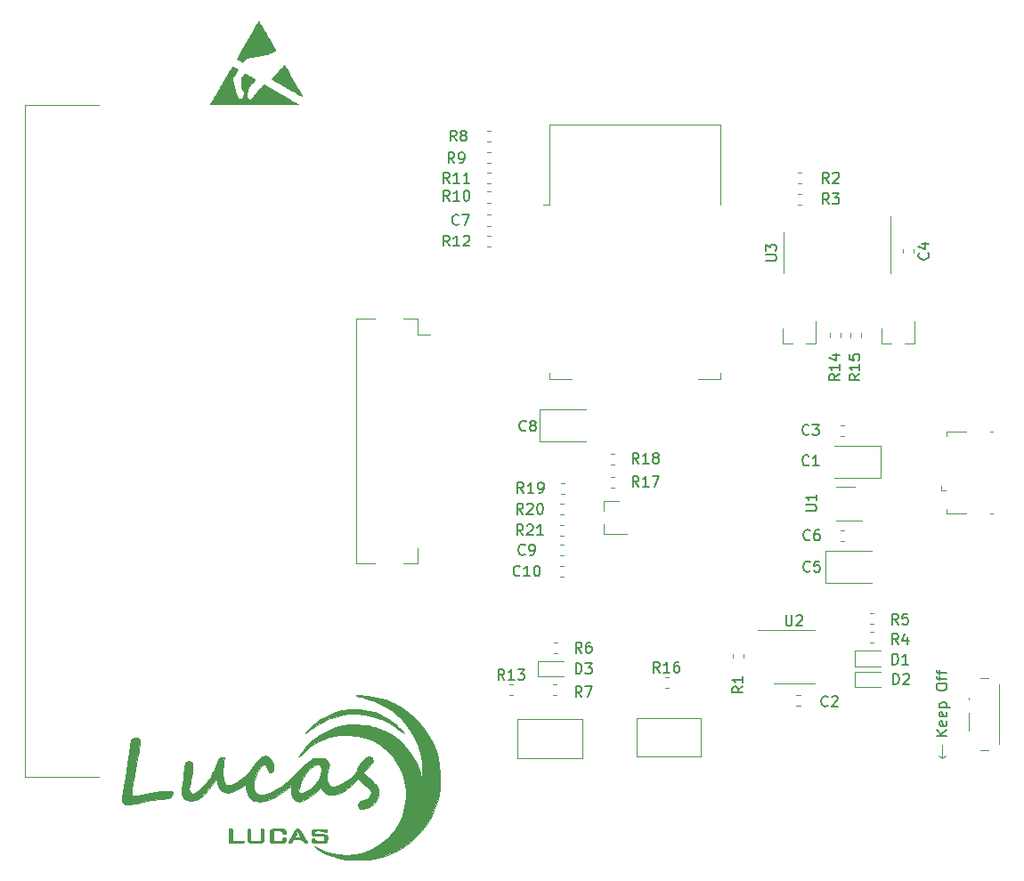
<source format=gbr>
%TF.GenerationSoftware,KiCad,Pcbnew,(5.1.6)-1*%
%TF.CreationDate,2020-08-30T19:00:44+08:00*%
%TF.ProjectId,tftesp8266,74667465-7370-4383-9236-362e6b696361,rev?*%
%TF.SameCoordinates,Original*%
%TF.FileFunction,Legend,Top*%
%TF.FilePolarity,Positive*%
%FSLAX46Y46*%
G04 Gerber Fmt 4.6, Leading zero omitted, Abs format (unit mm)*
G04 Created by KiCad (PCBNEW (5.1.6)-1) date 2020-08-30 19:00:44*
%MOMM*%
%LPD*%
G01*
G04 APERTURE LIST*
%ADD10C,0.120000*%
%ADD11C,0.150000*%
%ADD12C,0.010000*%
G04 APERTURE END LIST*
D10*
X186200000Y-116200000D02*
X185900000Y-115900000D01*
X186200000Y-116200000D02*
X186500000Y-115900000D01*
X186200000Y-114900000D02*
X186200000Y-116200000D01*
D11*
X186652380Y-114047619D02*
X185652380Y-114047619D01*
X186652380Y-113476190D02*
X186080952Y-113904761D01*
X185652380Y-113476190D02*
X186223809Y-114047619D01*
X186604761Y-112666666D02*
X186652380Y-112761904D01*
X186652380Y-112952380D01*
X186604761Y-113047619D01*
X186509523Y-113095238D01*
X186128571Y-113095238D01*
X186033333Y-113047619D01*
X185985714Y-112952380D01*
X185985714Y-112761904D01*
X186033333Y-112666666D01*
X186128571Y-112619047D01*
X186223809Y-112619047D01*
X186319047Y-113095238D01*
X186604761Y-111809523D02*
X186652380Y-111904761D01*
X186652380Y-112095238D01*
X186604761Y-112190476D01*
X186509523Y-112238095D01*
X186128571Y-112238095D01*
X186033333Y-112190476D01*
X185985714Y-112095238D01*
X185985714Y-111904761D01*
X186033333Y-111809523D01*
X186128571Y-111761904D01*
X186223809Y-111761904D01*
X186319047Y-112238095D01*
X185985714Y-111333333D02*
X186985714Y-111333333D01*
X186033333Y-111333333D02*
X185985714Y-111238095D01*
X185985714Y-111047619D01*
X186033333Y-110952380D01*
X186080952Y-110904761D01*
X186176190Y-110857142D01*
X186461904Y-110857142D01*
X186557142Y-110904761D01*
X186604761Y-110952380D01*
X186652380Y-111047619D01*
X186652380Y-111238095D01*
X186604761Y-111333333D01*
X185652380Y-109476190D02*
X185652380Y-109285714D01*
X185700000Y-109190476D01*
X185795238Y-109095238D01*
X185985714Y-109047619D01*
X186319047Y-109047619D01*
X186509523Y-109095238D01*
X186604761Y-109190476D01*
X186652380Y-109285714D01*
X186652380Y-109476190D01*
X186604761Y-109571428D01*
X186509523Y-109666666D01*
X186319047Y-109714285D01*
X185985714Y-109714285D01*
X185795238Y-109666666D01*
X185700000Y-109571428D01*
X185652380Y-109476190D01*
X185985714Y-108761904D02*
X185985714Y-108380952D01*
X186652380Y-108619047D02*
X185795238Y-108619047D01*
X185700000Y-108571428D01*
X185652380Y-108476190D01*
X185652380Y-108380952D01*
X185985714Y-108190476D02*
X185985714Y-107809523D01*
X186652380Y-108047619D02*
X185795238Y-108047619D01*
X185700000Y-108000000D01*
X185652380Y-107904761D01*
X185652380Y-107809523D01*
D10*
X99000000Y-118000000D02*
X106000000Y-118000000D01*
X99000000Y-54000000D02*
X106000000Y-54000000D01*
X99000000Y-54000000D02*
X99000000Y-118000000D01*
D12*
%TO.C,G\u002A\u002A\u002A*%
G36*
X130899851Y-110199538D02*
G01*
X131225257Y-110222349D01*
X131556500Y-110253236D01*
X132440215Y-110388338D01*
X133259232Y-110610887D01*
X134029820Y-110928743D01*
X134768249Y-111349764D01*
X135490788Y-111881808D01*
X136152353Y-112473082D01*
X136824592Y-113205716D01*
X137383201Y-113994851D01*
X137827655Y-114839227D01*
X138157430Y-115737585D01*
X138372000Y-116688666D01*
X138470843Y-117691210D01*
X138478000Y-118054765D01*
X138419448Y-119064094D01*
X138245608Y-120035536D01*
X137959199Y-120960758D01*
X137562940Y-121831428D01*
X137059552Y-122639214D01*
X136920640Y-122826000D01*
X136680127Y-123111035D01*
X136370691Y-123437472D01*
X136021775Y-123777649D01*
X135662823Y-124103904D01*
X135323280Y-124388576D01*
X135032588Y-124604003D01*
X135017250Y-124614183D01*
X134235867Y-125071855D01*
X133440543Y-125420525D01*
X132612532Y-125665482D01*
X131733083Y-125812013D01*
X130783450Y-125865405D01*
X130581110Y-125865352D01*
X130231870Y-125860511D01*
X129917083Y-125853003D01*
X129663674Y-125843703D01*
X129498567Y-125833486D01*
X129461000Y-125828955D01*
X129134407Y-125759305D01*
X128739481Y-125656455D01*
X128325617Y-125534833D01*
X127942209Y-125408872D01*
X127666040Y-125304569D01*
X127451757Y-125204876D01*
X127210014Y-125076244D01*
X126966711Y-124934657D01*
X126747749Y-124796097D01*
X126579029Y-124676548D01*
X126486449Y-124591992D01*
X126476500Y-124570508D01*
X126528396Y-124584014D01*
X126665904Y-124643688D01*
X126861746Y-124737510D01*
X126909737Y-124761432D01*
X127561047Y-125045684D01*
X128209590Y-125236459D01*
X128892889Y-125342313D01*
X129588000Y-125372049D01*
X130430482Y-125310167D01*
X131236146Y-125127631D01*
X131999520Y-124826859D01*
X132715132Y-124410267D01*
X133377509Y-123880271D01*
X133706135Y-123553128D01*
X134187974Y-122971835D01*
X134564317Y-122365216D01*
X134853424Y-121707232D01*
X135099881Y-120862880D01*
X135223196Y-120022516D01*
X135223432Y-119192943D01*
X135100655Y-118380966D01*
X134854929Y-117593391D01*
X134813473Y-117492000D01*
X134423718Y-116719141D01*
X133945175Y-116031380D01*
X133387167Y-115433178D01*
X132759021Y-114928997D01*
X132070064Y-114523296D01*
X131329621Y-114220538D01*
X130547018Y-114025184D01*
X129731582Y-113941694D01*
X128892638Y-113974531D01*
X128039513Y-114128154D01*
X127873500Y-114172227D01*
X127333252Y-114370306D01*
X126764669Y-114663989D01*
X126196760Y-115035565D01*
X125658534Y-115467321D01*
X125474735Y-115636844D01*
X125282899Y-115818043D01*
X125130458Y-115956680D01*
X125036591Y-116035636D01*
X125016000Y-116046371D01*
X125054768Y-115963599D01*
X125158690Y-115809129D01*
X125309191Y-115606756D01*
X125487698Y-115380275D01*
X125675634Y-115153478D01*
X125854426Y-114950161D01*
X125953777Y-114845072D01*
X126452664Y-114393973D01*
X127015304Y-113995468D01*
X127669926Y-113630112D01*
X127835270Y-113549298D01*
X128348434Y-113325370D01*
X128831873Y-113164694D01*
X129320401Y-113060608D01*
X129848834Y-113006447D01*
X130451984Y-112995546D01*
X130699250Y-113001087D01*
X131095407Y-113016071D01*
X131399836Y-113036290D01*
X131647809Y-113066784D01*
X131874597Y-113112591D01*
X132115473Y-113178751D01*
X132263311Y-113224553D01*
X133134073Y-113563006D01*
X133924236Y-113998824D01*
X134630471Y-114528587D01*
X135249450Y-115148870D01*
X135777843Y-115856251D01*
X136212322Y-116647308D01*
X136549556Y-117518618D01*
X136599320Y-117682500D01*
X136756740Y-118222250D01*
X136759917Y-117492000D01*
X136712220Y-116561287D01*
X136557865Y-115687658D01*
X136292555Y-114853020D01*
X135961918Y-114132680D01*
X135571969Y-113456799D01*
X135158376Y-112878798D01*
X134696646Y-112369560D01*
X134162287Y-111899967D01*
X133941174Y-111730371D01*
X133128841Y-111195191D01*
X132295464Y-110781686D01*
X131430989Y-110485007D01*
X131275165Y-110444592D01*
X130983201Y-110370345D01*
X130738389Y-110304236D01*
X130565955Y-110253344D01*
X130491121Y-110224753D01*
X130490687Y-110224354D01*
X130519097Y-110200175D01*
X130659974Y-110192025D01*
X130899851Y-110199538D01*
G37*
X130899851Y-110199538D02*
X131225257Y-110222349D01*
X131556500Y-110253236D01*
X132440215Y-110388338D01*
X133259232Y-110610887D01*
X134029820Y-110928743D01*
X134768249Y-111349764D01*
X135490788Y-111881808D01*
X136152353Y-112473082D01*
X136824592Y-113205716D01*
X137383201Y-113994851D01*
X137827655Y-114839227D01*
X138157430Y-115737585D01*
X138372000Y-116688666D01*
X138470843Y-117691210D01*
X138478000Y-118054765D01*
X138419448Y-119064094D01*
X138245608Y-120035536D01*
X137959199Y-120960758D01*
X137562940Y-121831428D01*
X137059552Y-122639214D01*
X136920640Y-122826000D01*
X136680127Y-123111035D01*
X136370691Y-123437472D01*
X136021775Y-123777649D01*
X135662823Y-124103904D01*
X135323280Y-124388576D01*
X135032588Y-124604003D01*
X135017250Y-124614183D01*
X134235867Y-125071855D01*
X133440543Y-125420525D01*
X132612532Y-125665482D01*
X131733083Y-125812013D01*
X130783450Y-125865405D01*
X130581110Y-125865352D01*
X130231870Y-125860511D01*
X129917083Y-125853003D01*
X129663674Y-125843703D01*
X129498567Y-125833486D01*
X129461000Y-125828955D01*
X129134407Y-125759305D01*
X128739481Y-125656455D01*
X128325617Y-125534833D01*
X127942209Y-125408872D01*
X127666040Y-125304569D01*
X127451757Y-125204876D01*
X127210014Y-125076244D01*
X126966711Y-124934657D01*
X126747749Y-124796097D01*
X126579029Y-124676548D01*
X126486449Y-124591992D01*
X126476500Y-124570508D01*
X126528396Y-124584014D01*
X126665904Y-124643688D01*
X126861746Y-124737510D01*
X126909737Y-124761432D01*
X127561047Y-125045684D01*
X128209590Y-125236459D01*
X128892889Y-125342313D01*
X129588000Y-125372049D01*
X130430482Y-125310167D01*
X131236146Y-125127631D01*
X131999520Y-124826859D01*
X132715132Y-124410267D01*
X133377509Y-123880271D01*
X133706135Y-123553128D01*
X134187974Y-122971835D01*
X134564317Y-122365216D01*
X134853424Y-121707232D01*
X135099881Y-120862880D01*
X135223196Y-120022516D01*
X135223432Y-119192943D01*
X135100655Y-118380966D01*
X134854929Y-117593391D01*
X134813473Y-117492000D01*
X134423718Y-116719141D01*
X133945175Y-116031380D01*
X133387167Y-115433178D01*
X132759021Y-114928997D01*
X132070064Y-114523296D01*
X131329621Y-114220538D01*
X130547018Y-114025184D01*
X129731582Y-113941694D01*
X128892638Y-113974531D01*
X128039513Y-114128154D01*
X127873500Y-114172227D01*
X127333252Y-114370306D01*
X126764669Y-114663989D01*
X126196760Y-115035565D01*
X125658534Y-115467321D01*
X125474735Y-115636844D01*
X125282899Y-115818043D01*
X125130458Y-115956680D01*
X125036591Y-116035636D01*
X125016000Y-116046371D01*
X125054768Y-115963599D01*
X125158690Y-115809129D01*
X125309191Y-115606756D01*
X125487698Y-115380275D01*
X125675634Y-115153478D01*
X125854426Y-114950161D01*
X125953777Y-114845072D01*
X126452664Y-114393973D01*
X127015304Y-113995468D01*
X127669926Y-113630112D01*
X127835270Y-113549298D01*
X128348434Y-113325370D01*
X128831873Y-113164694D01*
X129320401Y-113060608D01*
X129848834Y-113006447D01*
X130451984Y-112995546D01*
X130699250Y-113001087D01*
X131095407Y-113016071D01*
X131399836Y-113036290D01*
X131647809Y-113066784D01*
X131874597Y-113112591D01*
X132115473Y-113178751D01*
X132263311Y-113224553D01*
X133134073Y-113563006D01*
X133924236Y-113998824D01*
X134630471Y-114528587D01*
X135249450Y-115148870D01*
X135777843Y-115856251D01*
X136212322Y-116647308D01*
X136549556Y-117518618D01*
X136599320Y-117682500D01*
X136756740Y-118222250D01*
X136759917Y-117492000D01*
X136712220Y-116561287D01*
X136557865Y-115687658D01*
X136292555Y-114853020D01*
X135961918Y-114132680D01*
X135571969Y-113456799D01*
X135158376Y-112878798D01*
X134696646Y-112369560D01*
X134162287Y-111899967D01*
X133941174Y-111730371D01*
X133128841Y-111195191D01*
X132295464Y-110781686D01*
X131430989Y-110485007D01*
X131275165Y-110444592D01*
X130983201Y-110370345D01*
X130738389Y-110304236D01*
X130565955Y-110253344D01*
X130491121Y-110224753D01*
X130490687Y-110224354D01*
X130519097Y-110200175D01*
X130659974Y-110192025D01*
X130899851Y-110199538D01*
G36*
X118645899Y-122894050D02*
G01*
X118692559Y-122923995D01*
X118717519Y-123003772D01*
X118727567Y-123157821D01*
X118729492Y-123410582D01*
X118729500Y-123461000D01*
X118729500Y-124032500D01*
X119269250Y-124032500D01*
X119539096Y-124036566D01*
X119704251Y-124051369D01*
X119786842Y-124080812D01*
X119809000Y-124127750D01*
X119789048Y-124170385D01*
X119715772Y-124198457D01*
X119569045Y-124214713D01*
X119328736Y-124221896D01*
X119110500Y-124223000D01*
X118412000Y-124223000D01*
X118412000Y-122889500D01*
X118570750Y-122889500D01*
X118645899Y-122894050D01*
G37*
X118645899Y-122894050D02*
X118692559Y-122923995D01*
X118717519Y-123003772D01*
X118727567Y-123157821D01*
X118729492Y-123410582D01*
X118729500Y-123461000D01*
X118729500Y-124032500D01*
X119269250Y-124032500D01*
X119539096Y-124036566D01*
X119704251Y-124051369D01*
X119786842Y-124080812D01*
X119809000Y-124127750D01*
X119789048Y-124170385D01*
X119715772Y-124198457D01*
X119569045Y-124214713D01*
X119328736Y-124221896D01*
X119110500Y-124223000D01*
X118412000Y-124223000D01*
X118412000Y-122889500D01*
X118570750Y-122889500D01*
X118645899Y-122894050D01*
G36*
X121629422Y-122893828D02*
G01*
X121675918Y-122922844D01*
X121701200Y-123000589D01*
X121711731Y-123151106D01*
X121713976Y-123398437D01*
X121714000Y-123480050D01*
X121705257Y-123804365D01*
X121680073Y-124030390D01*
X121640011Y-124144435D01*
X121637799Y-124146800D01*
X121528755Y-124186977D01*
X121301117Y-124212588D01*
X120962542Y-124222836D01*
X120905978Y-124223000D01*
X120611587Y-124221797D01*
X120419172Y-124214403D01*
X120303713Y-124195137D01*
X120240185Y-124158319D01*
X120203568Y-124098269D01*
X120188428Y-124060116D01*
X120158588Y-123918866D01*
X120136629Y-123695305D01*
X120126696Y-123434063D01*
X120126500Y-123393366D01*
X120128225Y-123142666D01*
X120138867Y-122992947D01*
X120166622Y-122918193D01*
X120219687Y-122892386D01*
X120285250Y-122889500D01*
X120360399Y-122894050D01*
X120407059Y-122923995D01*
X120432019Y-123003772D01*
X120442067Y-123157821D01*
X120443992Y-123410582D01*
X120444000Y-123461000D01*
X120444000Y-124032500D01*
X121396500Y-124032500D01*
X121396500Y-123461000D01*
X121397764Y-123190462D01*
X121406081Y-123022485D01*
X121428242Y-122932629D01*
X121471033Y-122896456D01*
X121541245Y-122889527D01*
X121555250Y-122889500D01*
X121629422Y-122893828D01*
G37*
X121629422Y-122893828D02*
X121675918Y-122922844D01*
X121701200Y-123000589D01*
X121711731Y-123151106D01*
X121713976Y-123398437D01*
X121714000Y-123480050D01*
X121705257Y-123804365D01*
X121680073Y-124030390D01*
X121640011Y-124144435D01*
X121637799Y-124146800D01*
X121528755Y-124186977D01*
X121301117Y-124212588D01*
X120962542Y-124222836D01*
X120905978Y-124223000D01*
X120611587Y-124221797D01*
X120419172Y-124214403D01*
X120303713Y-124195137D01*
X120240185Y-124158319D01*
X120203568Y-124098269D01*
X120188428Y-124060116D01*
X120158588Y-123918866D01*
X120136629Y-123695305D01*
X120126696Y-123434063D01*
X120126500Y-123393366D01*
X120128225Y-123142666D01*
X120138867Y-122992947D01*
X120166622Y-122918193D01*
X120219687Y-122892386D01*
X120285250Y-122889500D01*
X120360399Y-122894050D01*
X120407059Y-122923995D01*
X120432019Y-123003772D01*
X120442067Y-123157821D01*
X120443992Y-123410582D01*
X120444000Y-123461000D01*
X120444000Y-124032500D01*
X121396500Y-124032500D01*
X121396500Y-123461000D01*
X121397764Y-123190462D01*
X121406081Y-123022485D01*
X121428242Y-122932629D01*
X121471033Y-122896456D01*
X121541245Y-122889527D01*
X121555250Y-122889500D01*
X121629422Y-122893828D01*
G36*
X123320174Y-122891902D02*
G01*
X123517968Y-122901926D01*
X123638573Y-122923796D01*
X123706872Y-122961736D01*
X123743765Y-123012325D01*
X123811091Y-123203923D01*
X123786681Y-123338038D01*
X123674943Y-123396406D01*
X123650750Y-123397500D01*
X123529908Y-123371272D01*
X123492670Y-123268005D01*
X123492000Y-123238750D01*
X123485463Y-123155811D01*
X123447405Y-123108344D01*
X123350150Y-123086464D01*
X123166026Y-123080289D01*
X123047500Y-123080000D01*
X122603000Y-123080000D01*
X122603000Y-124032500D01*
X123047500Y-124032500D01*
X123279726Y-124030165D01*
X123412635Y-124016573D01*
X123473898Y-123981839D01*
X123491190Y-123916080D01*
X123492000Y-123873750D01*
X123518227Y-123752908D01*
X123621494Y-123715670D01*
X123650750Y-123715000D01*
X123775294Y-123760339D01*
X123813178Y-123884184D01*
X123759990Y-124068271D01*
X123743765Y-124100174D01*
X123700912Y-124156072D01*
X123627725Y-124192040D01*
X123499240Y-124212339D01*
X123290490Y-124221229D01*
X123024099Y-124223000D01*
X122747578Y-124219121D01*
X122520169Y-124208655D01*
X122370695Y-124193352D01*
X122327833Y-124180666D01*
X122307476Y-124099585D01*
X122293884Y-123927879D01*
X122287173Y-123701747D01*
X122287457Y-123457389D01*
X122294853Y-123231006D01*
X122309475Y-123058797D01*
X122324043Y-122989943D01*
X122363081Y-122943473D01*
X122452238Y-122913483D01*
X122613800Y-122896757D01*
X122870049Y-122890081D01*
X123020309Y-122889500D01*
X123320174Y-122891902D01*
G37*
X123320174Y-122891902D02*
X123517968Y-122901926D01*
X123638573Y-122923796D01*
X123706872Y-122961736D01*
X123743765Y-123012325D01*
X123811091Y-123203923D01*
X123786681Y-123338038D01*
X123674943Y-123396406D01*
X123650750Y-123397500D01*
X123529908Y-123371272D01*
X123492670Y-123268005D01*
X123492000Y-123238750D01*
X123485463Y-123155811D01*
X123447405Y-123108344D01*
X123350150Y-123086464D01*
X123166026Y-123080289D01*
X123047500Y-123080000D01*
X122603000Y-123080000D01*
X122603000Y-124032500D01*
X123047500Y-124032500D01*
X123279726Y-124030165D01*
X123412635Y-124016573D01*
X123473898Y-123981839D01*
X123491190Y-123916080D01*
X123492000Y-123873750D01*
X123518227Y-123752908D01*
X123621494Y-123715670D01*
X123650750Y-123715000D01*
X123775294Y-123760339D01*
X123813178Y-123884184D01*
X123759990Y-124068271D01*
X123743765Y-124100174D01*
X123700912Y-124156072D01*
X123627725Y-124192040D01*
X123499240Y-124212339D01*
X123290490Y-124221229D01*
X123024099Y-124223000D01*
X122747578Y-124219121D01*
X122520169Y-124208655D01*
X122370695Y-124193352D01*
X122327833Y-124180666D01*
X122307476Y-124099585D01*
X122293884Y-123927879D01*
X122287173Y-123701747D01*
X122287457Y-123457389D01*
X122294853Y-123231006D01*
X122309475Y-123058797D01*
X122324043Y-122989943D01*
X122363081Y-122943473D01*
X122452238Y-122913483D01*
X122613800Y-122896757D01*
X122870049Y-122890081D01*
X123020309Y-122889500D01*
X123320174Y-122891902D01*
G36*
X124997154Y-122908297D02*
G01*
X125132096Y-123033515D01*
X125297130Y-123269483D01*
X125456110Y-123527453D01*
X125606933Y-123779428D01*
X125730082Y-123989565D01*
X125812582Y-124135420D01*
X125841500Y-124194203D01*
X125787219Y-124216248D01*
X125690053Y-124223000D01*
X125531298Y-124165971D01*
X125434589Y-124064250D01*
X125366305Y-123979057D01*
X125278431Y-123931221D01*
X125135359Y-123910212D01*
X124901477Y-123905500D01*
X124897728Y-123905500D01*
X124665461Y-123909342D01*
X124527006Y-123927807D01*
X124449244Y-123971302D01*
X124399056Y-124050236D01*
X124392554Y-124064250D01*
X124281062Y-124195061D01*
X124156363Y-124223000D01*
X124044743Y-124207647D01*
X124019225Y-124175375D01*
X124060321Y-124104280D01*
X124151456Y-123947683D01*
X124278571Y-123729719D01*
X124314976Y-123667375D01*
X124636981Y-123667375D01*
X124692502Y-123695765D01*
X124835270Y-123712805D01*
X124920750Y-123715000D01*
X125091225Y-123708033D01*
X125193434Y-123690410D01*
X125206500Y-123679955D01*
X125177527Y-123608390D01*
X125104507Y-123469061D01*
X125065598Y-123400089D01*
X124924697Y-123155268D01*
X124781830Y-123387509D01*
X124693226Y-123541070D01*
X124641916Y-123648378D01*
X124636981Y-123667375D01*
X124314976Y-123667375D01*
X124407677Y-123508625D01*
X124597567Y-123193992D01*
X124747422Y-122988851D01*
X124874774Y-122893514D01*
X124997154Y-122908297D01*
G37*
X124997154Y-122908297D02*
X125132096Y-123033515D01*
X125297130Y-123269483D01*
X125456110Y-123527453D01*
X125606933Y-123779428D01*
X125730082Y-123989565D01*
X125812582Y-124135420D01*
X125841500Y-124194203D01*
X125787219Y-124216248D01*
X125690053Y-124223000D01*
X125531298Y-124165971D01*
X125434589Y-124064250D01*
X125366305Y-123979057D01*
X125278431Y-123931221D01*
X125135359Y-123910212D01*
X124901477Y-123905500D01*
X124897728Y-123905500D01*
X124665461Y-123909342D01*
X124527006Y-123927807D01*
X124449244Y-123971302D01*
X124399056Y-124050236D01*
X124392554Y-124064250D01*
X124281062Y-124195061D01*
X124156363Y-124223000D01*
X124044743Y-124207647D01*
X124019225Y-124175375D01*
X124060321Y-124104280D01*
X124151456Y-123947683D01*
X124278571Y-123729719D01*
X124314976Y-123667375D01*
X124636981Y-123667375D01*
X124692502Y-123695765D01*
X124835270Y-123712805D01*
X124920750Y-123715000D01*
X125091225Y-123708033D01*
X125193434Y-123690410D01*
X125206500Y-123679955D01*
X125177527Y-123608390D01*
X125104507Y-123469061D01*
X125065598Y-123400089D01*
X124924697Y-123155268D01*
X124781830Y-123387509D01*
X124693226Y-123541070D01*
X124641916Y-123648378D01*
X124636981Y-123667375D01*
X124314976Y-123667375D01*
X124407677Y-123508625D01*
X124597567Y-123193992D01*
X124747422Y-122988851D01*
X124874774Y-122893514D01*
X124997154Y-122908297D01*
G36*
X127322838Y-122922456D02*
G01*
X127523671Y-122929098D01*
X127643046Y-122945713D01*
X127703736Y-122976836D01*
X127728508Y-123027002D01*
X127735041Y-123064125D01*
X127726524Y-123170844D01*
X127635909Y-123205718D01*
X127592166Y-123207000D01*
X127470733Y-123185800D01*
X127429000Y-123143500D01*
X127370267Y-123110926D01*
X127212853Y-123088417D01*
X126984931Y-123080000D01*
X126984500Y-123080000D01*
X126752273Y-123082334D01*
X126619364Y-123095926D01*
X126558101Y-123130660D01*
X126540809Y-123196419D01*
X126540000Y-123238750D01*
X126545131Y-123316350D01*
X126577489Y-123363362D01*
X126662516Y-123387448D01*
X126825656Y-123396272D01*
X127067049Y-123397500D01*
X127361411Y-123407085D01*
X127570120Y-123434087D01*
X127670299Y-123473699D01*
X127718838Y-123582279D01*
X127745020Y-123757735D01*
X127746500Y-123810250D01*
X127728926Y-123993663D01*
X127685236Y-124126806D01*
X127670299Y-124146800D01*
X127561272Y-124187001D01*
X127333884Y-124212625D01*
X126996026Y-124222845D01*
X126941259Y-124223000D01*
X126647756Y-124221767D01*
X126456990Y-124214443D01*
X126344699Y-124195585D01*
X126286622Y-124159753D01*
X126258497Y-124101507D01*
X126249481Y-124067859D01*
X126239933Y-123887554D01*
X126323521Y-123793542D01*
X126416747Y-123778500D01*
X126520205Y-123825216D01*
X126540000Y-123905500D01*
X126551992Y-123972242D01*
X126606072Y-124010478D01*
X126729395Y-124027966D01*
X126949117Y-124032464D01*
X126984500Y-124032500D01*
X127429000Y-124032500D01*
X127429000Y-123588000D01*
X126887888Y-123588000D01*
X126624194Y-123585848D01*
X126458779Y-123574370D01*
X126362935Y-123546031D01*
X126307953Y-123493296D01*
X126273280Y-123426691D01*
X126234631Y-123204171D01*
X126260295Y-123093316D01*
X126320808Y-122921250D01*
X127017779Y-122921250D01*
X127322838Y-122922456D01*
G37*
X127322838Y-122922456D02*
X127523671Y-122929098D01*
X127643046Y-122945713D01*
X127703736Y-122976836D01*
X127728508Y-123027002D01*
X127735041Y-123064125D01*
X127726524Y-123170844D01*
X127635909Y-123205718D01*
X127592166Y-123207000D01*
X127470733Y-123185800D01*
X127429000Y-123143500D01*
X127370267Y-123110926D01*
X127212853Y-123088417D01*
X126984931Y-123080000D01*
X126984500Y-123080000D01*
X126752273Y-123082334D01*
X126619364Y-123095926D01*
X126558101Y-123130660D01*
X126540809Y-123196419D01*
X126540000Y-123238750D01*
X126545131Y-123316350D01*
X126577489Y-123363362D01*
X126662516Y-123387448D01*
X126825656Y-123396272D01*
X127067049Y-123397500D01*
X127361411Y-123407085D01*
X127570120Y-123434087D01*
X127670299Y-123473699D01*
X127718838Y-123582279D01*
X127745020Y-123757735D01*
X127746500Y-123810250D01*
X127728926Y-123993663D01*
X127685236Y-124126806D01*
X127670299Y-124146800D01*
X127561272Y-124187001D01*
X127333884Y-124212625D01*
X126996026Y-124222845D01*
X126941259Y-124223000D01*
X126647756Y-124221767D01*
X126456990Y-124214443D01*
X126344699Y-124195585D01*
X126286622Y-124159753D01*
X126258497Y-124101507D01*
X126249481Y-124067859D01*
X126239933Y-123887554D01*
X126323521Y-123793542D01*
X126416747Y-123778500D01*
X126520205Y-123825216D01*
X126540000Y-123905500D01*
X126551992Y-123972242D01*
X126606072Y-124010478D01*
X126729395Y-124027966D01*
X126949117Y-124032464D01*
X126984500Y-124032500D01*
X127429000Y-124032500D01*
X127429000Y-123588000D01*
X126887888Y-123588000D01*
X126624194Y-123585848D01*
X126458779Y-123574370D01*
X126362935Y-123546031D01*
X126307953Y-123493296D01*
X126273280Y-123426691D01*
X126234631Y-123204171D01*
X126260295Y-123093316D01*
X126320808Y-122921250D01*
X127017779Y-122921250D01*
X127322838Y-122922456D01*
G36*
X122054281Y-116001965D02*
G01*
X122210972Y-116121650D01*
X122257923Y-116174375D01*
X122490370Y-116511616D01*
X122623754Y-116846725D01*
X122652797Y-117160629D01*
X122594398Y-117390268D01*
X122484513Y-117542660D01*
X122356167Y-117576530D01*
X122219663Y-117497054D01*
X122085301Y-117309410D01*
X121986144Y-117084532D01*
X121909121Y-116903214D01*
X121835562Y-116779257D01*
X121801342Y-116748530D01*
X121687285Y-116772770D01*
X121536887Y-116892616D01*
X121368025Y-117088830D01*
X121198580Y-117342172D01*
X121121335Y-117480234D01*
X120912920Y-117936554D01*
X120774649Y-118370362D01*
X120709735Y-118762884D01*
X120721390Y-119095352D01*
X120804001Y-119334601D01*
X120938172Y-119507524D01*
X121108432Y-119607163D01*
X121344242Y-119644453D01*
X121614776Y-119635574D01*
X122008105Y-119566122D01*
X122423073Y-119416223D01*
X122867412Y-119180831D01*
X123348855Y-118854901D01*
X123875135Y-118433387D01*
X124453984Y-117911242D01*
X124858953Y-117518608D01*
X125155693Y-117230371D01*
X125449111Y-116956580D01*
X125717208Y-116716955D01*
X125937984Y-116531218D01*
X126075506Y-116428102D01*
X126284731Y-116299073D01*
X126461742Y-116224081D01*
X126661995Y-116185609D01*
X126898273Y-116168212D01*
X127220158Y-116158461D01*
X127443414Y-116174416D01*
X127595459Y-116226268D01*
X127703714Y-116324211D01*
X127795598Y-116478437D01*
X127809631Y-116506988D01*
X127947825Y-116792459D01*
X127815412Y-117356465D01*
X127731579Y-117748192D01*
X127691907Y-118046065D01*
X127699045Y-118276252D01*
X127755639Y-118464922D01*
X127864338Y-118638244D01*
X127956004Y-118746125D01*
X128147497Y-118866369D01*
X128404739Y-118889864D01*
X128716513Y-118820879D01*
X129071601Y-118663686D01*
X129458787Y-118422554D01*
X129866853Y-118101754D01*
X130027682Y-117957414D01*
X130235143Y-117758379D01*
X130402465Y-117585866D01*
X130510408Y-117460497D01*
X130541120Y-117407123D01*
X130582122Y-117242227D01*
X130689645Y-117017832D01*
X130843587Y-116767309D01*
X131023845Y-116524033D01*
X131173810Y-116356737D01*
X131352343Y-116184577D01*
X131480232Y-116087051D01*
X131593006Y-116045503D01*
X131726192Y-116041273D01*
X131769238Y-116044034D01*
X131942169Y-116068318D01*
X132025361Y-116122221D01*
X132053887Y-116212583D01*
X132056468Y-116401106D01*
X131999196Y-116584977D01*
X131869111Y-116789048D01*
X131653253Y-117038170D01*
X131587196Y-117107474D01*
X131180850Y-117528375D01*
X131321050Y-117690976D01*
X131431208Y-117804753D01*
X131607824Y-117972168D01*
X131820484Y-118164733D01*
X131922811Y-118254588D01*
X132215830Y-118521302D01*
X132418546Y-118741290D01*
X132545981Y-118938792D01*
X132613156Y-119138046D01*
X132635090Y-119363291D01*
X132635404Y-119404495D01*
X132574850Y-119779735D01*
X132408737Y-120138441D01*
X132158417Y-120459344D01*
X131845241Y-120721176D01*
X131490562Y-120902668D01*
X131115733Y-120982552D01*
X131049178Y-120984500D01*
X130870821Y-120969934D01*
X130770652Y-120910971D01*
X130718280Y-120823191D01*
X130682760Y-120629581D01*
X130726297Y-120435112D01*
X130834846Y-120294373D01*
X130858000Y-120280118D01*
X130983102Y-120236205D01*
X131162558Y-120196213D01*
X131184933Y-120192496D01*
X131486442Y-120083872D01*
X131728149Y-119876161D01*
X131852013Y-119669175D01*
X131896488Y-119522758D01*
X131891281Y-119386276D01*
X131825508Y-119242250D01*
X131688286Y-119073200D01*
X131468731Y-118861645D01*
X131207250Y-118633649D01*
X130635750Y-118147092D01*
X130064250Y-118680644D01*
X129601100Y-119078600D01*
X129176995Y-119367674D01*
X128778820Y-119554780D01*
X128393466Y-119646833D01*
X128208513Y-119659296D01*
X127842512Y-119627654D01*
X127557317Y-119513483D01*
X127328013Y-119304622D01*
X127244319Y-119188722D01*
X127091389Y-118954303D01*
X126574101Y-119450921D01*
X126125814Y-119838169D01*
X125710494Y-120106359D01*
X125323869Y-120257852D01*
X125044807Y-120296429D01*
X124800592Y-120271740D01*
X124622307Y-120172805D01*
X124484021Y-119979537D01*
X124406349Y-119801828D01*
X124337281Y-119535922D01*
X124328373Y-119290403D01*
X125014483Y-119290403D01*
X125037831Y-119425799D01*
X125131914Y-119507846D01*
X125312919Y-119510513D01*
X125569561Y-119434951D01*
X125754598Y-119352815D01*
X126082147Y-119145011D01*
X126406063Y-118857194D01*
X126693206Y-118525164D01*
X126910434Y-118184718D01*
X126980041Y-118029090D01*
X127083362Y-117698669D01*
X127144911Y-117385139D01*
X127162160Y-117115939D01*
X127132580Y-116918512D01*
X127089266Y-116843837D01*
X126936172Y-116775072D01*
X126724175Y-116796459D01*
X126473471Y-116898792D01*
X126204256Y-117072863D01*
X125936727Y-117309465D01*
X125840239Y-117413253D01*
X125625429Y-117695210D01*
X125427690Y-118024147D01*
X125257374Y-118374099D01*
X125124833Y-118719102D01*
X125040418Y-119033191D01*
X125014483Y-119290403D01*
X124328373Y-119290403D01*
X124325991Y-119224783D01*
X124332941Y-119115023D01*
X124365746Y-118706335D01*
X123849498Y-119126687D01*
X123349105Y-119515710D01*
X122908238Y-119814714D01*
X122507033Y-120032802D01*
X122125623Y-120179079D01*
X121744142Y-120262650D01*
X121342723Y-120292620D01*
X121304611Y-120293001D01*
X121035587Y-120288340D01*
X120849513Y-120264606D01*
X120702697Y-120212263D01*
X120566728Y-120131960D01*
X120303385Y-119882248D01*
X120119013Y-119536180D01*
X120016222Y-119098882D01*
X120009201Y-119037690D01*
X119967750Y-118634023D01*
X119650250Y-118864204D01*
X119312353Y-119084036D01*
X118963903Y-119267147D01*
X118636679Y-119399352D01*
X118362456Y-119466465D01*
X118288905Y-119471911D01*
X117974363Y-119440134D01*
X117727430Y-119327052D01*
X117535367Y-119120640D01*
X117385433Y-118808873D01*
X117304099Y-118542365D01*
X117249736Y-118342701D01*
X117206417Y-118199896D01*
X117186567Y-118150401D01*
X117144470Y-118190542D01*
X117046457Y-118315363D01*
X116907968Y-118504487D01*
X116773219Y-118695880D01*
X116367529Y-119233329D01*
X115976782Y-119650357D01*
X115594636Y-119951745D01*
X115214752Y-120142277D01*
X114830789Y-120226734D01*
X114737183Y-120231754D01*
X114414006Y-120189212D01*
X114167738Y-120048799D01*
X114001093Y-119815720D01*
X113916784Y-119495180D01*
X113917526Y-119092382D01*
X113970593Y-118762000D01*
X113998186Y-118590586D01*
X114029573Y-118326452D01*
X114061150Y-118003665D01*
X114089315Y-117656289D01*
X114092945Y-117605278D01*
X114121599Y-117268007D01*
X114156261Y-116973016D01*
X114193166Y-116746921D01*
X114228550Y-116616340D01*
X114234391Y-116605153D01*
X114355762Y-116514884D01*
X114542269Y-116474869D01*
X114740088Y-116490898D01*
X114856000Y-116538270D01*
X114918076Y-116646034D01*
X114946825Y-116855325D01*
X114943294Y-117145408D01*
X114908527Y-117495548D01*
X114843570Y-117885013D01*
X114771938Y-118205488D01*
X114701872Y-118504068D01*
X114645850Y-118776109D01*
X114610652Y-118986601D01*
X114602000Y-119082787D01*
X114637449Y-119334202D01*
X114739809Y-119482951D01*
X114903098Y-119530368D01*
X115121332Y-119477787D01*
X115388530Y-119326540D01*
X115698708Y-119077960D01*
X116013238Y-118768333D01*
X116194354Y-118568411D01*
X116352849Y-118372958D01*
X116499888Y-118162930D01*
X116646634Y-117919283D01*
X116804249Y-117622971D01*
X116983899Y-117254951D01*
X117196745Y-116796178D01*
X117291808Y-116587125D01*
X117403445Y-116347528D01*
X117485189Y-116201632D01*
X117557020Y-116126340D01*
X117638922Y-116098555D01*
X117717573Y-116095000D01*
X117920409Y-116095000D01*
X117864579Y-116555375D01*
X117836867Y-116855553D01*
X117816887Y-117208671D01*
X117808770Y-117540718D01*
X117808750Y-117555500D01*
X117815748Y-117854408D01*
X117842470Y-118073189D01*
X117897505Y-118258226D01*
X117967500Y-118412750D01*
X118071073Y-118600184D01*
X118162900Y-118699835D01*
X118276982Y-118742393D01*
X118342033Y-118750849D01*
X118555315Y-118723413D01*
X118831757Y-118618156D01*
X119148285Y-118450498D01*
X119481829Y-118235858D01*
X119809317Y-117989653D01*
X120107677Y-117727302D01*
X120353838Y-117464223D01*
X120443879Y-117346225D01*
X120586772Y-117142353D01*
X120757562Y-116898895D01*
X120870802Y-116737589D01*
X121117142Y-116433986D01*
X121378717Y-116193270D01*
X121633340Y-116032424D01*
X121858827Y-115968429D01*
X121876236Y-115968000D01*
X122054281Y-116001965D01*
G37*
X122054281Y-116001965D02*
X122210972Y-116121650D01*
X122257923Y-116174375D01*
X122490370Y-116511616D01*
X122623754Y-116846725D01*
X122652797Y-117160629D01*
X122594398Y-117390268D01*
X122484513Y-117542660D01*
X122356167Y-117576530D01*
X122219663Y-117497054D01*
X122085301Y-117309410D01*
X121986144Y-117084532D01*
X121909121Y-116903214D01*
X121835562Y-116779257D01*
X121801342Y-116748530D01*
X121687285Y-116772770D01*
X121536887Y-116892616D01*
X121368025Y-117088830D01*
X121198580Y-117342172D01*
X121121335Y-117480234D01*
X120912920Y-117936554D01*
X120774649Y-118370362D01*
X120709735Y-118762884D01*
X120721390Y-119095352D01*
X120804001Y-119334601D01*
X120938172Y-119507524D01*
X121108432Y-119607163D01*
X121344242Y-119644453D01*
X121614776Y-119635574D01*
X122008105Y-119566122D01*
X122423073Y-119416223D01*
X122867412Y-119180831D01*
X123348855Y-118854901D01*
X123875135Y-118433387D01*
X124453984Y-117911242D01*
X124858953Y-117518608D01*
X125155693Y-117230371D01*
X125449111Y-116956580D01*
X125717208Y-116716955D01*
X125937984Y-116531218D01*
X126075506Y-116428102D01*
X126284731Y-116299073D01*
X126461742Y-116224081D01*
X126661995Y-116185609D01*
X126898273Y-116168212D01*
X127220158Y-116158461D01*
X127443414Y-116174416D01*
X127595459Y-116226268D01*
X127703714Y-116324211D01*
X127795598Y-116478437D01*
X127809631Y-116506988D01*
X127947825Y-116792459D01*
X127815412Y-117356465D01*
X127731579Y-117748192D01*
X127691907Y-118046065D01*
X127699045Y-118276252D01*
X127755639Y-118464922D01*
X127864338Y-118638244D01*
X127956004Y-118746125D01*
X128147497Y-118866369D01*
X128404739Y-118889864D01*
X128716513Y-118820879D01*
X129071601Y-118663686D01*
X129458787Y-118422554D01*
X129866853Y-118101754D01*
X130027682Y-117957414D01*
X130235143Y-117758379D01*
X130402465Y-117585866D01*
X130510408Y-117460497D01*
X130541120Y-117407123D01*
X130582122Y-117242227D01*
X130689645Y-117017832D01*
X130843587Y-116767309D01*
X131023845Y-116524033D01*
X131173810Y-116356737D01*
X131352343Y-116184577D01*
X131480232Y-116087051D01*
X131593006Y-116045503D01*
X131726192Y-116041273D01*
X131769238Y-116044034D01*
X131942169Y-116068318D01*
X132025361Y-116122221D01*
X132053887Y-116212583D01*
X132056468Y-116401106D01*
X131999196Y-116584977D01*
X131869111Y-116789048D01*
X131653253Y-117038170D01*
X131587196Y-117107474D01*
X131180850Y-117528375D01*
X131321050Y-117690976D01*
X131431208Y-117804753D01*
X131607824Y-117972168D01*
X131820484Y-118164733D01*
X131922811Y-118254588D01*
X132215830Y-118521302D01*
X132418546Y-118741290D01*
X132545981Y-118938792D01*
X132613156Y-119138046D01*
X132635090Y-119363291D01*
X132635404Y-119404495D01*
X132574850Y-119779735D01*
X132408737Y-120138441D01*
X132158417Y-120459344D01*
X131845241Y-120721176D01*
X131490562Y-120902668D01*
X131115733Y-120982552D01*
X131049178Y-120984500D01*
X130870821Y-120969934D01*
X130770652Y-120910971D01*
X130718280Y-120823191D01*
X130682760Y-120629581D01*
X130726297Y-120435112D01*
X130834846Y-120294373D01*
X130858000Y-120280118D01*
X130983102Y-120236205D01*
X131162558Y-120196213D01*
X131184933Y-120192496D01*
X131486442Y-120083872D01*
X131728149Y-119876161D01*
X131852013Y-119669175D01*
X131896488Y-119522758D01*
X131891281Y-119386276D01*
X131825508Y-119242250D01*
X131688286Y-119073200D01*
X131468731Y-118861645D01*
X131207250Y-118633649D01*
X130635750Y-118147092D01*
X130064250Y-118680644D01*
X129601100Y-119078600D01*
X129176995Y-119367674D01*
X128778820Y-119554780D01*
X128393466Y-119646833D01*
X128208513Y-119659296D01*
X127842512Y-119627654D01*
X127557317Y-119513483D01*
X127328013Y-119304622D01*
X127244319Y-119188722D01*
X127091389Y-118954303D01*
X126574101Y-119450921D01*
X126125814Y-119838169D01*
X125710494Y-120106359D01*
X125323869Y-120257852D01*
X125044807Y-120296429D01*
X124800592Y-120271740D01*
X124622307Y-120172805D01*
X124484021Y-119979537D01*
X124406349Y-119801828D01*
X124337281Y-119535922D01*
X124328373Y-119290403D01*
X125014483Y-119290403D01*
X125037831Y-119425799D01*
X125131914Y-119507846D01*
X125312919Y-119510513D01*
X125569561Y-119434951D01*
X125754598Y-119352815D01*
X126082147Y-119145011D01*
X126406063Y-118857194D01*
X126693206Y-118525164D01*
X126910434Y-118184718D01*
X126980041Y-118029090D01*
X127083362Y-117698669D01*
X127144911Y-117385139D01*
X127162160Y-117115939D01*
X127132580Y-116918512D01*
X127089266Y-116843837D01*
X126936172Y-116775072D01*
X126724175Y-116796459D01*
X126473471Y-116898792D01*
X126204256Y-117072863D01*
X125936727Y-117309465D01*
X125840239Y-117413253D01*
X125625429Y-117695210D01*
X125427690Y-118024147D01*
X125257374Y-118374099D01*
X125124833Y-118719102D01*
X125040418Y-119033191D01*
X125014483Y-119290403D01*
X124328373Y-119290403D01*
X124325991Y-119224783D01*
X124332941Y-119115023D01*
X124365746Y-118706335D01*
X123849498Y-119126687D01*
X123349105Y-119515710D01*
X122908238Y-119814714D01*
X122507033Y-120032802D01*
X122125623Y-120179079D01*
X121744142Y-120262650D01*
X121342723Y-120292620D01*
X121304611Y-120293001D01*
X121035587Y-120288340D01*
X120849513Y-120264606D01*
X120702697Y-120212263D01*
X120566728Y-120131960D01*
X120303385Y-119882248D01*
X120119013Y-119536180D01*
X120016222Y-119098882D01*
X120009201Y-119037690D01*
X119967750Y-118634023D01*
X119650250Y-118864204D01*
X119312353Y-119084036D01*
X118963903Y-119267147D01*
X118636679Y-119399352D01*
X118362456Y-119466465D01*
X118288905Y-119471911D01*
X117974363Y-119440134D01*
X117727430Y-119327052D01*
X117535367Y-119120640D01*
X117385433Y-118808873D01*
X117304099Y-118542365D01*
X117249736Y-118342701D01*
X117206417Y-118199896D01*
X117186567Y-118150401D01*
X117144470Y-118190542D01*
X117046457Y-118315363D01*
X116907968Y-118504487D01*
X116773219Y-118695880D01*
X116367529Y-119233329D01*
X115976782Y-119650357D01*
X115594636Y-119951745D01*
X115214752Y-120142277D01*
X114830789Y-120226734D01*
X114737183Y-120231754D01*
X114414006Y-120189212D01*
X114167738Y-120048799D01*
X114001093Y-119815720D01*
X113916784Y-119495180D01*
X113917526Y-119092382D01*
X113970593Y-118762000D01*
X113998186Y-118590586D01*
X114029573Y-118326452D01*
X114061150Y-118003665D01*
X114089315Y-117656289D01*
X114092945Y-117605278D01*
X114121599Y-117268007D01*
X114156261Y-116973016D01*
X114193166Y-116746921D01*
X114228550Y-116616340D01*
X114234391Y-116605153D01*
X114355762Y-116514884D01*
X114542269Y-116474869D01*
X114740088Y-116490898D01*
X114856000Y-116538270D01*
X114918076Y-116646034D01*
X114946825Y-116855325D01*
X114943294Y-117145408D01*
X114908527Y-117495548D01*
X114843570Y-117885013D01*
X114771938Y-118205488D01*
X114701872Y-118504068D01*
X114645850Y-118776109D01*
X114610652Y-118986601D01*
X114602000Y-119082787D01*
X114637449Y-119334202D01*
X114739809Y-119482951D01*
X114903098Y-119530368D01*
X115121332Y-119477787D01*
X115388530Y-119326540D01*
X115698708Y-119077960D01*
X116013238Y-118768333D01*
X116194354Y-118568411D01*
X116352849Y-118372958D01*
X116499888Y-118162930D01*
X116646634Y-117919283D01*
X116804249Y-117622971D01*
X116983899Y-117254951D01*
X117196745Y-116796178D01*
X117291808Y-116587125D01*
X117403445Y-116347528D01*
X117485189Y-116201632D01*
X117557020Y-116126340D01*
X117638922Y-116098555D01*
X117717573Y-116095000D01*
X117920409Y-116095000D01*
X117864579Y-116555375D01*
X117836867Y-116855553D01*
X117816887Y-117208671D01*
X117808770Y-117540718D01*
X117808750Y-117555500D01*
X117815748Y-117854408D01*
X117842470Y-118073189D01*
X117897505Y-118258226D01*
X117967500Y-118412750D01*
X118071073Y-118600184D01*
X118162900Y-118699835D01*
X118276982Y-118742393D01*
X118342033Y-118750849D01*
X118555315Y-118723413D01*
X118831757Y-118618156D01*
X119148285Y-118450498D01*
X119481829Y-118235858D01*
X119809317Y-117989653D01*
X120107677Y-117727302D01*
X120353838Y-117464223D01*
X120443879Y-117346225D01*
X120586772Y-117142353D01*
X120757562Y-116898895D01*
X120870802Y-116737589D01*
X121117142Y-116433986D01*
X121378717Y-116193270D01*
X121633340Y-116032424D01*
X121858827Y-115968429D01*
X121876236Y-115968000D01*
X122054281Y-116001965D01*
G36*
X109651501Y-114270817D02*
G01*
X109791529Y-114336697D01*
X109878600Y-114472035D01*
X109901680Y-114535250D01*
X109923404Y-114634162D01*
X109926944Y-114762627D01*
X109909823Y-114940866D01*
X109869567Y-115189097D01*
X109803700Y-115527541D01*
X109746435Y-115803328D01*
X109654963Y-116251542D01*
X109562241Y-116731340D01*
X109471070Y-117225637D01*
X109384253Y-117717348D01*
X109304591Y-118189388D01*
X109234886Y-118624673D01*
X109177940Y-119006119D01*
X109136555Y-119316639D01*
X109113533Y-119539149D01*
X109111675Y-119656566D01*
X109113316Y-119663813D01*
X109206005Y-119751364D01*
X109407583Y-119775881D01*
X109716702Y-119737386D01*
X110086965Y-119648542D01*
X110514553Y-119541369D01*
X110960773Y-119449416D01*
X111405882Y-119374776D01*
X111830140Y-119319544D01*
X112213807Y-119285811D01*
X112537141Y-119275672D01*
X112780402Y-119291219D01*
X112923850Y-119334546D01*
X112938300Y-119346200D01*
X113008386Y-119497931D01*
X112985254Y-119688302D01*
X112896693Y-119845915D01*
X112839253Y-119904352D01*
X112761278Y-119948346D01*
X112640956Y-119982623D01*
X112456474Y-120011911D01*
X112186020Y-120040938D01*
X111864818Y-120069573D01*
X111040820Y-120170098D01*
X110262712Y-120323407D01*
X110157000Y-120349527D01*
X109700286Y-120462676D01*
X109345703Y-120542683D01*
X109073650Y-120592621D01*
X108864531Y-120615564D01*
X108698746Y-120614582D01*
X108577166Y-120597214D01*
X108396973Y-120535490D01*
X108280227Y-120427451D01*
X108222041Y-120255850D01*
X108217528Y-120003437D01*
X108261799Y-119652965D01*
X108279890Y-119548149D01*
X108415145Y-118780955D01*
X108540494Y-118046137D01*
X108653659Y-117358273D01*
X108752360Y-116731944D01*
X108834320Y-116181728D01*
X108897258Y-115722204D01*
X108938897Y-115367952D01*
X108947553Y-115276881D01*
X108988789Y-114886495D01*
X109039075Y-114606415D01*
X109106162Y-114419953D01*
X109197805Y-114310423D01*
X109321756Y-114261135D01*
X109423020Y-114253500D01*
X109651501Y-114270817D01*
G37*
X109651501Y-114270817D02*
X109791529Y-114336697D01*
X109878600Y-114472035D01*
X109901680Y-114535250D01*
X109923404Y-114634162D01*
X109926944Y-114762627D01*
X109909823Y-114940866D01*
X109869567Y-115189097D01*
X109803700Y-115527541D01*
X109746435Y-115803328D01*
X109654963Y-116251542D01*
X109562241Y-116731340D01*
X109471070Y-117225637D01*
X109384253Y-117717348D01*
X109304591Y-118189388D01*
X109234886Y-118624673D01*
X109177940Y-119006119D01*
X109136555Y-119316639D01*
X109113533Y-119539149D01*
X109111675Y-119656566D01*
X109113316Y-119663813D01*
X109206005Y-119751364D01*
X109407583Y-119775881D01*
X109716702Y-119737386D01*
X110086965Y-119648542D01*
X110514553Y-119541369D01*
X110960773Y-119449416D01*
X111405882Y-119374776D01*
X111830140Y-119319544D01*
X112213807Y-119285811D01*
X112537141Y-119275672D01*
X112780402Y-119291219D01*
X112923850Y-119334546D01*
X112938300Y-119346200D01*
X113008386Y-119497931D01*
X112985254Y-119688302D01*
X112896693Y-119845915D01*
X112839253Y-119904352D01*
X112761278Y-119948346D01*
X112640956Y-119982623D01*
X112456474Y-120011911D01*
X112186020Y-120040938D01*
X111864818Y-120069573D01*
X111040820Y-120170098D01*
X110262712Y-120323407D01*
X110157000Y-120349527D01*
X109700286Y-120462676D01*
X109345703Y-120542683D01*
X109073650Y-120592621D01*
X108864531Y-120615564D01*
X108698746Y-120614582D01*
X108577166Y-120597214D01*
X108396973Y-120535490D01*
X108280227Y-120427451D01*
X108222041Y-120255850D01*
X108217528Y-120003437D01*
X108261799Y-119652965D01*
X108279890Y-119548149D01*
X108415145Y-118780955D01*
X108540494Y-118046137D01*
X108653659Y-117358273D01*
X108752360Y-116731944D01*
X108834320Y-116181728D01*
X108897258Y-115722204D01*
X108938897Y-115367952D01*
X108947553Y-115276881D01*
X108988789Y-114886495D01*
X109039075Y-114606415D01*
X109106162Y-114419953D01*
X109197805Y-114310423D01*
X109321756Y-114261135D01*
X109423020Y-114253500D01*
X109651501Y-114270817D01*
G36*
X130811632Y-111538087D02*
G01*
X131640562Y-111653861D01*
X132252782Y-111821276D01*
X132591363Y-111954668D01*
X132980676Y-112138075D01*
X133373757Y-112347023D01*
X133723642Y-112557039D01*
X133906000Y-112682785D01*
X134077362Y-112820949D01*
X134277696Y-112998150D01*
X134487295Y-113194796D01*
X134686451Y-113391294D01*
X134855457Y-113568053D01*
X134974605Y-113705478D01*
X135024188Y-113783979D01*
X135022696Y-113792969D01*
X134964658Y-113768963D01*
X134836045Y-113681209D01*
X134663291Y-113547928D01*
X134641328Y-113530130D01*
X133893437Y-112999324D01*
X133086515Y-112572535D01*
X132235784Y-112255235D01*
X131356469Y-112052891D01*
X130463794Y-111970975D01*
X130297780Y-111969460D01*
X129725354Y-111990273D01*
X129200380Y-112053482D01*
X128676010Y-112167621D01*
X128105397Y-112341224D01*
X127937000Y-112399514D01*
X127489512Y-112591649D01*
X126997442Y-112862090D01*
X126495977Y-113190320D01*
X126190750Y-113417790D01*
X125925706Y-113625134D01*
X125750783Y-113758642D01*
X125656344Y-113823074D01*
X125632752Y-113823189D01*
X125670368Y-113763748D01*
X125759557Y-113649509D01*
X125784338Y-113618500D01*
X126148758Y-113227908D01*
X126605286Y-112839721D01*
X127120708Y-112476909D01*
X127661808Y-112162443D01*
X128195371Y-111919294D01*
X128294314Y-111882642D01*
X129119391Y-111652774D01*
X129964870Y-111537823D01*
X130811632Y-111538087D01*
G37*
X130811632Y-111538087D02*
X131640562Y-111653861D01*
X132252782Y-111821276D01*
X132591363Y-111954668D01*
X132980676Y-112138075D01*
X133373757Y-112347023D01*
X133723642Y-112557039D01*
X133906000Y-112682785D01*
X134077362Y-112820949D01*
X134277696Y-112998150D01*
X134487295Y-113194796D01*
X134686451Y-113391294D01*
X134855457Y-113568053D01*
X134974605Y-113705478D01*
X135024188Y-113783979D01*
X135022696Y-113792969D01*
X134964658Y-113768963D01*
X134836045Y-113681209D01*
X134663291Y-113547928D01*
X134641328Y-113530130D01*
X133893437Y-112999324D01*
X133086515Y-112572535D01*
X132235784Y-112255235D01*
X131356469Y-112052891D01*
X130463794Y-111970975D01*
X130297780Y-111969460D01*
X129725354Y-111990273D01*
X129200380Y-112053482D01*
X128676010Y-112167621D01*
X128105397Y-112341224D01*
X127937000Y-112399514D01*
X127489512Y-112591649D01*
X126997442Y-112862090D01*
X126495977Y-113190320D01*
X126190750Y-113417790D01*
X125925706Y-113625134D01*
X125750783Y-113758642D01*
X125656344Y-113823074D01*
X125632752Y-113823189D01*
X125670368Y-113763748D01*
X125759557Y-113649509D01*
X125784338Y-113618500D01*
X126148758Y-113227908D01*
X126605286Y-112839721D01*
X127120708Y-112476909D01*
X127661808Y-112162443D01*
X128195371Y-111919294D01*
X128294314Y-111882642D01*
X129119391Y-111652774D01*
X129964870Y-111537823D01*
X130811632Y-111538087D01*
%TO.C,REF\u002A\u002A*%
G36*
X118740749Y-50392036D02*
G01*
X118784544Y-50408972D01*
X118851293Y-50442601D01*
X118947137Y-50495334D01*
X118954599Y-50499525D01*
X119042871Y-50550001D01*
X119117363Y-50594223D01*
X119170760Y-50627731D01*
X119195746Y-50646064D01*
X119196445Y-50646962D01*
X119190409Y-50672414D01*
X119162723Y-50729255D01*
X119115188Y-50814389D01*
X119049611Y-50924717D01*
X118967797Y-51057144D01*
X118871548Y-51208571D01*
X118847594Y-51245707D01*
X118785183Y-51348757D01*
X118739737Y-51437432D01*
X118715246Y-51503714D01*
X118712733Y-51516807D01*
X118713848Y-51574443D01*
X118726343Y-51665865D01*
X118748660Y-51785208D01*
X118779240Y-51926609D01*
X118816528Y-52084203D01*
X118858965Y-52252126D01*
X118904994Y-52424514D01*
X118953057Y-52595501D01*
X119001597Y-52759224D01*
X119049057Y-52909818D01*
X119093878Y-53041420D01*
X119134503Y-53148163D01*
X119162823Y-53211494D01*
X119196183Y-53278957D01*
X119227682Y-53343511D01*
X119229387Y-53347045D01*
X119281498Y-53412250D01*
X119357554Y-53456156D01*
X119446092Y-53477197D01*
X119535648Y-53473807D01*
X119614758Y-53444423D01*
X119659264Y-53405736D01*
X119723356Y-53299636D01*
X119770322Y-53167405D01*
X119796090Y-53022527D01*
X119799741Y-52940394D01*
X119785039Y-52787105D01*
X119741890Y-52660166D01*
X119667972Y-52553418D01*
X119644921Y-52529657D01*
X119576325Y-52463009D01*
X119571614Y-51991916D01*
X119566903Y-51520822D01*
X119686946Y-51339106D01*
X119743277Y-51256856D01*
X119797528Y-51182865D01*
X119841959Y-51127448D01*
X119861056Y-51107056D01*
X119915124Y-51056723D01*
X119988350Y-51096158D01*
X120034633Y-51124415D01*
X120059957Y-51146354D01*
X120061576Y-51150299D01*
X120078884Y-51167023D01*
X120108497Y-51179476D01*
X120137114Y-51190700D01*
X120180934Y-51212024D01*
X120243718Y-51245529D01*
X120329228Y-51293296D01*
X120441226Y-51357407D01*
X120583473Y-51439944D01*
X120660773Y-51485065D01*
X120751702Y-51539111D01*
X120811339Y-51577604D01*
X120844961Y-51605044D01*
X120857844Y-51625934D01*
X120855265Y-51644775D01*
X120853115Y-51649152D01*
X120832197Y-51676714D01*
X120787440Y-51728416D01*
X120724057Y-51798475D01*
X120647262Y-51881107D01*
X120580844Y-51951156D01*
X120427790Y-52117414D01*
X120308056Y-52261519D01*
X120220573Y-52384921D01*
X120164274Y-52489068D01*
X120145284Y-52541954D01*
X120137440Y-52588250D01*
X120129338Y-52667221D01*
X120121691Y-52769846D01*
X120115212Y-52887103D01*
X120112163Y-52961248D01*
X120107908Y-53089427D01*
X120106036Y-53183138D01*
X120107099Y-53249583D01*
X120111646Y-53295961D01*
X120120227Y-53329474D01*
X120133394Y-53357321D01*
X120143735Y-53374324D01*
X120203456Y-53439862D01*
X120280411Y-53485532D01*
X120361380Y-53505450D01*
X120422058Y-53498244D01*
X120476999Y-53467066D01*
X120545867Y-53411230D01*
X120619005Y-53340474D01*
X120686752Y-53264537D01*
X120739450Y-53193159D01*
X120758853Y-53158668D01*
X120787919Y-53111441D01*
X120840783Y-53039506D01*
X120912616Y-52948485D01*
X120998588Y-52844000D01*
X121093868Y-52731675D01*
X121193627Y-52617130D01*
X121293034Y-52505990D01*
X121387259Y-52403875D01*
X121471473Y-52316408D01*
X121537591Y-52252198D01*
X121610999Y-52188057D01*
X121672753Y-52140763D01*
X121716066Y-52115235D01*
X121730445Y-52112429D01*
X121752479Y-52123752D01*
X121807438Y-52154144D01*
X121892152Y-52201780D01*
X122003448Y-52264835D01*
X122138156Y-52341485D01*
X122293103Y-52429905D01*
X122465119Y-52528270D01*
X122651032Y-52634756D01*
X122847670Y-52747537D01*
X123051863Y-52864789D01*
X123260439Y-52984687D01*
X123470225Y-53105407D01*
X123678052Y-53225123D01*
X123880747Y-53342011D01*
X124075140Y-53454246D01*
X124258058Y-53560004D01*
X124426330Y-53657460D01*
X124576785Y-53744788D01*
X124706251Y-53820165D01*
X124811557Y-53881765D01*
X124889532Y-53927764D01*
X124937004Y-53956337D01*
X124950763Y-53965304D01*
X124932231Y-53967076D01*
X124873933Y-53968799D01*
X124777809Y-53970464D01*
X124645799Y-53972063D01*
X124479846Y-53973587D01*
X124281889Y-53975029D01*
X124053870Y-53976380D01*
X123797729Y-53977632D01*
X123515408Y-53978776D01*
X123208847Y-53979804D01*
X122879987Y-53980708D01*
X122530769Y-53981479D01*
X122163135Y-53982109D01*
X121779024Y-53982590D01*
X121380377Y-53982914D01*
X120969137Y-53983072D01*
X120796580Y-53983087D01*
X116622586Y-53983087D01*
X116920268Y-53466954D01*
X116983286Y-53357665D01*
X117064406Y-53216940D01*
X117160916Y-53049486D01*
X117270103Y-52860012D01*
X117389255Y-52653223D01*
X117515660Y-52433828D01*
X117646605Y-52206533D01*
X117779379Y-51976046D01*
X117911269Y-51747073D01*
X117944624Y-51689163D01*
X118066247Y-51478232D01*
X118182228Y-51277535D01*
X118290825Y-51090059D01*
X118390294Y-50918792D01*
X118478892Y-50766723D01*
X118554878Y-50636838D01*
X118616507Y-50532125D01*
X118662037Y-50455573D01*
X118689725Y-50410169D01*
X118697472Y-50398609D01*
X118713772Y-50389385D01*
X118740749Y-50392036D01*
G37*
X118740749Y-50392036D02*
X118784544Y-50408972D01*
X118851293Y-50442601D01*
X118947137Y-50495334D01*
X118954599Y-50499525D01*
X119042871Y-50550001D01*
X119117363Y-50594223D01*
X119170760Y-50627731D01*
X119195746Y-50646064D01*
X119196445Y-50646962D01*
X119190409Y-50672414D01*
X119162723Y-50729255D01*
X119115188Y-50814389D01*
X119049611Y-50924717D01*
X118967797Y-51057144D01*
X118871548Y-51208571D01*
X118847594Y-51245707D01*
X118785183Y-51348757D01*
X118739737Y-51437432D01*
X118715246Y-51503714D01*
X118712733Y-51516807D01*
X118713848Y-51574443D01*
X118726343Y-51665865D01*
X118748660Y-51785208D01*
X118779240Y-51926609D01*
X118816528Y-52084203D01*
X118858965Y-52252126D01*
X118904994Y-52424514D01*
X118953057Y-52595501D01*
X119001597Y-52759224D01*
X119049057Y-52909818D01*
X119093878Y-53041420D01*
X119134503Y-53148163D01*
X119162823Y-53211494D01*
X119196183Y-53278957D01*
X119227682Y-53343511D01*
X119229387Y-53347045D01*
X119281498Y-53412250D01*
X119357554Y-53456156D01*
X119446092Y-53477197D01*
X119535648Y-53473807D01*
X119614758Y-53444423D01*
X119659264Y-53405736D01*
X119723356Y-53299636D01*
X119770322Y-53167405D01*
X119796090Y-53022527D01*
X119799741Y-52940394D01*
X119785039Y-52787105D01*
X119741890Y-52660166D01*
X119667972Y-52553418D01*
X119644921Y-52529657D01*
X119576325Y-52463009D01*
X119571614Y-51991916D01*
X119566903Y-51520822D01*
X119686946Y-51339106D01*
X119743277Y-51256856D01*
X119797528Y-51182865D01*
X119841959Y-51127448D01*
X119861056Y-51107056D01*
X119915124Y-51056723D01*
X119988350Y-51096158D01*
X120034633Y-51124415D01*
X120059957Y-51146354D01*
X120061576Y-51150299D01*
X120078884Y-51167023D01*
X120108497Y-51179476D01*
X120137114Y-51190700D01*
X120180934Y-51212024D01*
X120243718Y-51245529D01*
X120329228Y-51293296D01*
X120441226Y-51357407D01*
X120583473Y-51439944D01*
X120660773Y-51485065D01*
X120751702Y-51539111D01*
X120811339Y-51577604D01*
X120844961Y-51605044D01*
X120857844Y-51625934D01*
X120855265Y-51644775D01*
X120853115Y-51649152D01*
X120832197Y-51676714D01*
X120787440Y-51728416D01*
X120724057Y-51798475D01*
X120647262Y-51881107D01*
X120580844Y-51951156D01*
X120427790Y-52117414D01*
X120308056Y-52261519D01*
X120220573Y-52384921D01*
X120164274Y-52489068D01*
X120145284Y-52541954D01*
X120137440Y-52588250D01*
X120129338Y-52667221D01*
X120121691Y-52769846D01*
X120115212Y-52887103D01*
X120112163Y-52961248D01*
X120107908Y-53089427D01*
X120106036Y-53183138D01*
X120107099Y-53249583D01*
X120111646Y-53295961D01*
X120120227Y-53329474D01*
X120133394Y-53357321D01*
X120143735Y-53374324D01*
X120203456Y-53439862D01*
X120280411Y-53485532D01*
X120361380Y-53505450D01*
X120422058Y-53498244D01*
X120476999Y-53467066D01*
X120545867Y-53411230D01*
X120619005Y-53340474D01*
X120686752Y-53264537D01*
X120739450Y-53193159D01*
X120758853Y-53158668D01*
X120787919Y-53111441D01*
X120840783Y-53039506D01*
X120912616Y-52948485D01*
X120998588Y-52844000D01*
X121093868Y-52731675D01*
X121193627Y-52617130D01*
X121293034Y-52505990D01*
X121387259Y-52403875D01*
X121471473Y-52316408D01*
X121537591Y-52252198D01*
X121610999Y-52188057D01*
X121672753Y-52140763D01*
X121716066Y-52115235D01*
X121730445Y-52112429D01*
X121752479Y-52123752D01*
X121807438Y-52154144D01*
X121892152Y-52201780D01*
X122003448Y-52264835D01*
X122138156Y-52341485D01*
X122293103Y-52429905D01*
X122465119Y-52528270D01*
X122651032Y-52634756D01*
X122847670Y-52747537D01*
X123051863Y-52864789D01*
X123260439Y-52984687D01*
X123470225Y-53105407D01*
X123678052Y-53225123D01*
X123880747Y-53342011D01*
X124075140Y-53454246D01*
X124258058Y-53560004D01*
X124426330Y-53657460D01*
X124576785Y-53744788D01*
X124706251Y-53820165D01*
X124811557Y-53881765D01*
X124889532Y-53927764D01*
X124937004Y-53956337D01*
X124950763Y-53965304D01*
X124932231Y-53967076D01*
X124873933Y-53968799D01*
X124777809Y-53970464D01*
X124645799Y-53972063D01*
X124479846Y-53973587D01*
X124281889Y-53975029D01*
X124053870Y-53976380D01*
X123797729Y-53977632D01*
X123515408Y-53978776D01*
X123208847Y-53979804D01*
X122879987Y-53980708D01*
X122530769Y-53981479D01*
X122163135Y-53982109D01*
X121779024Y-53982590D01*
X121380377Y-53982914D01*
X120969137Y-53983072D01*
X120796580Y-53983087D01*
X116622586Y-53983087D01*
X116920268Y-53466954D01*
X116983286Y-53357665D01*
X117064406Y-53216940D01*
X117160916Y-53049486D01*
X117270103Y-52860012D01*
X117389255Y-52653223D01*
X117515660Y-52433828D01*
X117646605Y-52206533D01*
X117779379Y-51976046D01*
X117911269Y-51747073D01*
X117944624Y-51689163D01*
X118066247Y-51478232D01*
X118182228Y-51277535D01*
X118290825Y-51090059D01*
X118390294Y-50918792D01*
X118478892Y-50766723D01*
X118554878Y-50636838D01*
X118616507Y-50532125D01*
X118662037Y-50455573D01*
X118689725Y-50410169D01*
X118697472Y-50398609D01*
X118713772Y-50389385D01*
X118740749Y-50392036D01*
G36*
X123676146Y-50315908D02*
G01*
X123691469Y-50341590D01*
X123725911Y-50400469D01*
X123777769Y-50489602D01*
X123845340Y-50606049D01*
X123926921Y-50746867D01*
X124020809Y-50909114D01*
X124125299Y-51089849D01*
X124238690Y-51286130D01*
X124359278Y-51495016D01*
X124483313Y-51710017D01*
X124609987Y-51929649D01*
X124731608Y-52140495D01*
X124846412Y-52339499D01*
X124952638Y-52523607D01*
X125048523Y-52689765D01*
X125132302Y-52834917D01*
X125202214Y-52956009D01*
X125256496Y-53049988D01*
X125293385Y-53113797D01*
X125310731Y-53143719D01*
X125339007Y-53194271D01*
X125354382Y-53225914D01*
X125355224Y-53231420D01*
X125336488Y-53221082D01*
X125284386Y-53191407D01*
X125201640Y-53143968D01*
X125090975Y-53080333D01*
X124955114Y-53002074D01*
X124796781Y-52910759D01*
X124618698Y-52807960D01*
X124423590Y-52695247D01*
X124214180Y-52574189D01*
X123993191Y-52446357D01*
X123909113Y-52397702D01*
X123684170Y-52267567D01*
X123469524Y-52143497D01*
X123267932Y-52027077D01*
X123082148Y-51919893D01*
X122914928Y-51823531D01*
X122769027Y-51739578D01*
X122647201Y-51669620D01*
X122552204Y-51615243D01*
X122486792Y-51578034D01*
X122453720Y-51559578D01*
X122450262Y-51557830D01*
X122460339Y-51542005D01*
X122495407Y-51499692D01*
X122551885Y-51434790D01*
X122626193Y-51351196D01*
X122714752Y-51252809D01*
X122813980Y-51143525D01*
X122920298Y-51027244D01*
X123030125Y-50907862D01*
X123139882Y-50789277D01*
X123245988Y-50675388D01*
X123344862Y-50570092D01*
X123432926Y-50477287D01*
X123506599Y-50400870D01*
X123562300Y-50344740D01*
X123581403Y-50326335D01*
X123644708Y-50266872D01*
X123676146Y-50315908D01*
G37*
X123676146Y-50315908D02*
X123691469Y-50341590D01*
X123725911Y-50400469D01*
X123777769Y-50489602D01*
X123845340Y-50606049D01*
X123926921Y-50746867D01*
X124020809Y-50909114D01*
X124125299Y-51089849D01*
X124238690Y-51286130D01*
X124359278Y-51495016D01*
X124483313Y-51710017D01*
X124609987Y-51929649D01*
X124731608Y-52140495D01*
X124846412Y-52339499D01*
X124952638Y-52523607D01*
X125048523Y-52689765D01*
X125132302Y-52834917D01*
X125202214Y-52956009D01*
X125256496Y-53049988D01*
X125293385Y-53113797D01*
X125310731Y-53143719D01*
X125339007Y-53194271D01*
X125354382Y-53225914D01*
X125355224Y-53231420D01*
X125336488Y-53221082D01*
X125284386Y-53191407D01*
X125201640Y-53143968D01*
X125090975Y-53080333D01*
X124955114Y-53002074D01*
X124796781Y-52910759D01*
X124618698Y-52807960D01*
X124423590Y-52695247D01*
X124214180Y-52574189D01*
X123993191Y-52446357D01*
X123909113Y-52397702D01*
X123684170Y-52267567D01*
X123469524Y-52143497D01*
X123267932Y-52027077D01*
X123082148Y-51919893D01*
X122914928Y-51823531D01*
X122769027Y-51739578D01*
X122647201Y-51669620D01*
X122552204Y-51615243D01*
X122486792Y-51578034D01*
X122453720Y-51559578D01*
X122450262Y-51557830D01*
X122460339Y-51542005D01*
X122495407Y-51499692D01*
X122551885Y-51434790D01*
X122626193Y-51351196D01*
X122714752Y-51252809D01*
X122813980Y-51143525D01*
X122920298Y-51027244D01*
X123030125Y-50907862D01*
X123139882Y-50789277D01*
X123245988Y-50675388D01*
X123344862Y-50570092D01*
X123432926Y-50477287D01*
X123506599Y-50400870D01*
X123562300Y-50344740D01*
X123581403Y-50326335D01*
X123644708Y-50266872D01*
X123676146Y-50315908D01*
G36*
X121220878Y-46076166D02*
G01*
X121251876Y-46126538D01*
X121299634Y-46206341D01*
X121362194Y-46312180D01*
X121437597Y-46440659D01*
X121523885Y-46588384D01*
X121619101Y-46751958D01*
X121721285Y-46927987D01*
X121828481Y-47113075D01*
X121938729Y-47303827D01*
X122050071Y-47496847D01*
X122160550Y-47688741D01*
X122268207Y-47876111D01*
X122371084Y-48055565D01*
X122467223Y-48223705D01*
X122554665Y-48377137D01*
X122631453Y-48512465D01*
X122695628Y-48626294D01*
X122745233Y-48715229D01*
X122778309Y-48775874D01*
X122792897Y-48804833D01*
X122793431Y-48806644D01*
X122775321Y-48831217D01*
X122724980Y-48868807D01*
X122648395Y-48915722D01*
X122551552Y-48968274D01*
X122450167Y-49018213D01*
X122312215Y-49078769D01*
X122167142Y-49133179D01*
X122009950Y-49182651D01*
X121835643Y-49228395D01*
X121639222Y-49271620D01*
X121415689Y-49313534D01*
X121160048Y-49355347D01*
X120895606Y-49394284D01*
X120665852Y-49428828D01*
X120472917Y-49463026D01*
X120311964Y-49498577D01*
X120178155Y-49537182D01*
X120066650Y-49580539D01*
X119972614Y-49630348D01*
X119891206Y-49688309D01*
X119817590Y-49756120D01*
X119793851Y-49781312D01*
X119742397Y-49839958D01*
X119704334Y-49887815D01*
X119686677Y-49915958D01*
X119686206Y-49918265D01*
X119680028Y-49932416D01*
X119658590Y-49932575D01*
X119617533Y-49916861D01*
X119552501Y-49883391D01*
X119459137Y-49830281D01*
X119394252Y-49792088D01*
X119297501Y-49732385D01*
X119222312Y-49681263D01*
X119173739Y-49642399D01*
X119156835Y-49619472D01*
X119156845Y-49619305D01*
X119167328Y-49597456D01*
X119196931Y-49542739D01*
X119243938Y-49458136D01*
X119306629Y-49346629D01*
X119383286Y-49211201D01*
X119472191Y-49054833D01*
X119571626Y-48880507D01*
X119679872Y-48691206D01*
X119795211Y-48489911D01*
X119915924Y-48279605D01*
X120040294Y-48063271D01*
X120166601Y-47843889D01*
X120293127Y-47624442D01*
X120418155Y-47407912D01*
X120539965Y-47197281D01*
X120656839Y-46995532D01*
X120767060Y-46805647D01*
X120868908Y-46630606D01*
X120960665Y-46473394D01*
X121040613Y-46336991D01*
X121107034Y-46224380D01*
X121158209Y-46138543D01*
X121192420Y-46082462D01*
X121207948Y-46059119D01*
X121208598Y-46058621D01*
X121220878Y-46076166D01*
G37*
X121220878Y-46076166D02*
X121251876Y-46126538D01*
X121299634Y-46206341D01*
X121362194Y-46312180D01*
X121437597Y-46440659D01*
X121523885Y-46588384D01*
X121619101Y-46751958D01*
X121721285Y-46927987D01*
X121828481Y-47113075D01*
X121938729Y-47303827D01*
X122050071Y-47496847D01*
X122160550Y-47688741D01*
X122268207Y-47876111D01*
X122371084Y-48055565D01*
X122467223Y-48223705D01*
X122554665Y-48377137D01*
X122631453Y-48512465D01*
X122695628Y-48626294D01*
X122745233Y-48715229D01*
X122778309Y-48775874D01*
X122792897Y-48804833D01*
X122793431Y-48806644D01*
X122775321Y-48831217D01*
X122724980Y-48868807D01*
X122648395Y-48915722D01*
X122551552Y-48968274D01*
X122450167Y-49018213D01*
X122312215Y-49078769D01*
X122167142Y-49133179D01*
X122009950Y-49182651D01*
X121835643Y-49228395D01*
X121639222Y-49271620D01*
X121415689Y-49313534D01*
X121160048Y-49355347D01*
X120895606Y-49394284D01*
X120665852Y-49428828D01*
X120472917Y-49463026D01*
X120311964Y-49498577D01*
X120178155Y-49537182D01*
X120066650Y-49580539D01*
X119972614Y-49630348D01*
X119891206Y-49688309D01*
X119817590Y-49756120D01*
X119793851Y-49781312D01*
X119742397Y-49839958D01*
X119704334Y-49887815D01*
X119686677Y-49915958D01*
X119686206Y-49918265D01*
X119680028Y-49932416D01*
X119658590Y-49932575D01*
X119617533Y-49916861D01*
X119552501Y-49883391D01*
X119459137Y-49830281D01*
X119394252Y-49792088D01*
X119297501Y-49732385D01*
X119222312Y-49681263D01*
X119173739Y-49642399D01*
X119156835Y-49619472D01*
X119156845Y-49619305D01*
X119167328Y-49597456D01*
X119196931Y-49542739D01*
X119243938Y-49458136D01*
X119306629Y-49346629D01*
X119383286Y-49211201D01*
X119472191Y-49054833D01*
X119571626Y-48880507D01*
X119679872Y-48691206D01*
X119795211Y-48489911D01*
X119915924Y-48279605D01*
X120040294Y-48063271D01*
X120166601Y-47843889D01*
X120293127Y-47624442D01*
X120418155Y-47407912D01*
X120539965Y-47197281D01*
X120656839Y-46995532D01*
X120767060Y-46805647D01*
X120868908Y-46630606D01*
X120960665Y-46473394D01*
X121040613Y-46336991D01*
X121107034Y-46224380D01*
X121158209Y-46138543D01*
X121192420Y-46082462D01*
X121207948Y-46059119D01*
X121208598Y-46058621D01*
X121220878Y-46076166D01*
D10*
%TO.C,SW3*%
X190590000Y-108550000D02*
X189800000Y-108550000D01*
X189800000Y-115450000D02*
X190590000Y-115450000D01*
X188750000Y-113600000D02*
X188750000Y-111900000D01*
X191600000Y-114850000D02*
X191600000Y-109150000D01*
X188750000Y-110600000D02*
X188750000Y-110400000D01*
%TO.C,Q3*%
X154040000Y-91720000D02*
X155500000Y-91720000D01*
X154040000Y-94880000D02*
X156200000Y-94880000D01*
X154040000Y-94880000D02*
X154040000Y-93950000D01*
X154040000Y-91720000D02*
X154040000Y-92650000D01*
%TO.C,Q2*%
X171020000Y-76760000D02*
X171020000Y-75300000D01*
X174180000Y-76760000D02*
X174180000Y-74600000D01*
X174180000Y-76760000D02*
X173250000Y-76760000D01*
X171020000Y-76760000D02*
X171950000Y-76760000D01*
%TO.C,Q1*%
X180420000Y-76760000D02*
X180420000Y-75300000D01*
X183580000Y-76760000D02*
X183580000Y-74600000D01*
X183580000Y-76760000D02*
X182650000Y-76760000D01*
X180420000Y-76760000D02*
X181350000Y-76760000D01*
%TO.C,U4*%
X148880000Y-63500000D02*
X148270000Y-63500000D01*
X148880000Y-63500000D02*
X148880000Y-55880000D01*
X148880000Y-80120000D02*
X148880000Y-79500000D01*
X151000000Y-80120000D02*
X148880000Y-80120000D01*
X165120000Y-80120000D02*
X163000000Y-80120000D01*
X165120000Y-79500000D02*
X165120000Y-80120000D01*
X165120000Y-55880000D02*
X165120000Y-63500000D01*
X148880000Y-55880000D02*
X165120000Y-55880000D01*
%TO.C,U3*%
X181260000Y-68100000D02*
X181260000Y-64650000D01*
X181260000Y-68100000D02*
X181260000Y-70050000D01*
X171140000Y-68100000D02*
X171140000Y-66150000D01*
X171140000Y-68100000D02*
X171140000Y-70050000D01*
%TO.C,U2*%
X172115000Y-103965001D02*
X168665000Y-103965001D01*
X172115000Y-103965001D02*
X174065000Y-103965001D01*
X172115000Y-109085001D02*
X170165000Y-109085001D01*
X172115000Y-109085001D02*
X174065000Y-109085001D01*
%TO.C,U1*%
X176105000Y-93560000D02*
X178555000Y-93560000D01*
X177905000Y-90340000D02*
X176105000Y-90340000D01*
%TO.C,SW2*%
X157140000Y-116050000D02*
X157140000Y-112350000D01*
X163260000Y-116050000D02*
X157140000Y-116050000D01*
X163260000Y-112350000D02*
X163260000Y-116050000D01*
X157140000Y-112350000D02*
X163260000Y-112350000D01*
%TO.C,SW1*%
X145840000Y-116150000D02*
X145840000Y-112450000D01*
X151960000Y-116150000D02*
X145840000Y-116150000D01*
X151960000Y-112450000D02*
X151960000Y-116150000D01*
X145840000Y-112450000D02*
X151960000Y-112450000D01*
%TO.C,R21*%
X149903733Y-95010000D02*
X150246267Y-95010000D01*
X149903733Y-93990000D02*
X150246267Y-93990000D01*
%TO.C,R20*%
X149903733Y-93010000D02*
X150246267Y-93010000D01*
X149903733Y-91990000D02*
X150246267Y-91990000D01*
%TO.C,R19*%
X149953733Y-91010000D02*
X150296267Y-91010000D01*
X149953733Y-89990000D02*
X150296267Y-89990000D01*
%TO.C,R18*%
X155046267Y-87190000D02*
X154703733Y-87190000D01*
X155046267Y-88210000D02*
X154703733Y-88210000D01*
%TO.C,R17*%
X155046267Y-89390000D02*
X154703733Y-89390000D01*
X155046267Y-90410000D02*
X154703733Y-90410000D01*
%TO.C,R16*%
X159828733Y-109510000D02*
X160171267Y-109510000D01*
X159828733Y-108490000D02*
X160171267Y-108490000D01*
%TO.C,R15*%
X178510000Y-76096267D02*
X178510000Y-75753733D01*
X177490000Y-76096267D02*
X177490000Y-75753733D01*
%TO.C,R14*%
X175490000Y-75753733D02*
X175490000Y-76096267D01*
X176510000Y-75753733D02*
X176510000Y-76096267D01*
%TO.C,R13*%
X145053733Y-110210000D02*
X145396267Y-110210000D01*
X145053733Y-109190000D02*
X145396267Y-109190000D01*
%TO.C,R12*%
X142953733Y-67510000D02*
X143296267Y-67510000D01*
X142953733Y-66490000D02*
X143296267Y-66490000D01*
%TO.C,R11*%
X142953733Y-61510000D02*
X143296267Y-61510000D01*
X142953733Y-60490000D02*
X143296267Y-60490000D01*
%TO.C,R10*%
X142953733Y-63310000D02*
X143296267Y-63310000D01*
X142953733Y-62290000D02*
X143296267Y-62290000D01*
%TO.C,R9*%
X142953733Y-59510000D02*
X143296267Y-59510000D01*
X142953733Y-58490000D02*
X143296267Y-58490000D01*
%TO.C,R8*%
X142953733Y-57510000D02*
X143296267Y-57510000D01*
X142953733Y-56490000D02*
X143296267Y-56490000D01*
%TO.C,R7*%
X149546267Y-109190000D02*
X149203733Y-109190000D01*
X149546267Y-110210000D02*
X149203733Y-110210000D01*
%TO.C,R6*%
X149253733Y-106210000D02*
X149596267Y-106210000D01*
X149253733Y-105190000D02*
X149596267Y-105190000D01*
%TO.C,R5*%
X179353733Y-103410000D02*
X179696267Y-103410000D01*
X179353733Y-102390000D02*
X179696267Y-102390000D01*
%TO.C,R4*%
X179353733Y-105210000D02*
X179696267Y-105210000D01*
X179353733Y-104190000D02*
X179696267Y-104190000D01*
%TO.C,R3*%
X172846267Y-62490000D02*
X172503733Y-62490000D01*
X172846267Y-63510000D02*
X172503733Y-63510000D01*
%TO.C,R2*%
X172846267Y-60490000D02*
X172503733Y-60490000D01*
X172846267Y-61510000D02*
X172503733Y-61510000D01*
%TO.C,R1*%
X166290000Y-106253733D02*
X166290000Y-106596267D01*
X167310000Y-106253733D02*
X167310000Y-106596267D01*
%TO.C,J2*%
X136300000Y-75840000D02*
X136300000Y-74350000D01*
X136300000Y-74350000D02*
X134960000Y-74350000D01*
X136300000Y-96160000D02*
X136300000Y-97650000D01*
X136300000Y-97650000D02*
X134960000Y-97650000D01*
X132240000Y-74350000D02*
X130500000Y-74350000D01*
X130500000Y-74350000D02*
X130500000Y-97650000D01*
X130500000Y-97650000D02*
X132240000Y-97650000D01*
X136300000Y-75840000D02*
X137500000Y-75840000D01*
%TO.C,J1*%
X186087500Y-90700000D02*
X186537500Y-90700000D01*
X186087500Y-90700000D02*
X186087500Y-90250000D01*
X186637500Y-85100000D02*
X186637500Y-85550000D01*
X188487500Y-85100000D02*
X186637500Y-85100000D01*
X191037500Y-92900000D02*
X190787500Y-92900000D01*
X191037500Y-85100000D02*
X190787500Y-85100000D01*
X188487500Y-92900000D02*
X186637500Y-92900000D01*
X186637500Y-92900000D02*
X186637500Y-92450000D01*
%TO.C,D3*%
X147765000Y-108435000D02*
X150225000Y-108435000D01*
X147765000Y-106965000D02*
X147765000Y-108435000D01*
X150225000Y-106965000D02*
X147765000Y-106965000D01*
%TO.C,D2*%
X177865000Y-109435000D02*
X180325000Y-109435000D01*
X177865000Y-107965000D02*
X177865000Y-109435000D01*
X180325000Y-107965000D02*
X177865000Y-107965000D01*
%TO.C,D1*%
X177865000Y-107435000D02*
X180325000Y-107435000D01*
X177865000Y-105965000D02*
X177865000Y-107435000D01*
X180325000Y-105965000D02*
X177865000Y-105965000D01*
%TO.C,C10*%
X150246267Y-97890000D02*
X149903733Y-97890000D01*
X150246267Y-98910000D02*
X149903733Y-98910000D01*
%TO.C,C9*%
X150246267Y-95890000D02*
X149903733Y-95890000D01*
X150246267Y-96910000D02*
X149903733Y-96910000D01*
%TO.C,C8*%
X147940000Y-86010000D02*
X152325000Y-86010000D01*
X147940000Y-82990000D02*
X147940000Y-86010000D01*
X152325000Y-82990000D02*
X147940000Y-82990000D01*
%TO.C,C7*%
X142953733Y-65510000D02*
X143296267Y-65510000D01*
X142953733Y-64490000D02*
X143296267Y-64490000D01*
%TO.C,C6*%
X176583733Y-95510000D02*
X176926267Y-95510000D01*
X176583733Y-94490000D02*
X176926267Y-94490000D01*
%TO.C,C5*%
X175140000Y-99510000D02*
X179525000Y-99510000D01*
X175140000Y-96490000D02*
X175140000Y-99510000D01*
X179525000Y-96490000D02*
X175140000Y-96490000D01*
%TO.C,C4*%
X183510000Y-68096267D02*
X183510000Y-67753733D01*
X182490000Y-68096267D02*
X182490000Y-67753733D01*
%TO.C,C3*%
X176926267Y-84490000D02*
X176583733Y-84490000D01*
X176926267Y-85510000D02*
X176583733Y-85510000D01*
%TO.C,C2*%
X172353733Y-111210000D02*
X172696267Y-111210000D01*
X172353733Y-110190000D02*
X172696267Y-110190000D01*
%TO.C,C1*%
X180360000Y-86490000D02*
X175975000Y-86490000D01*
X180360000Y-89510000D02*
X180360000Y-86490000D01*
X175975000Y-89510000D02*
X180360000Y-89510000D01*
%TO.C,U3*%
D11*
X169452380Y-68861904D02*
X170261904Y-68861904D01*
X170357142Y-68814285D01*
X170404761Y-68766666D01*
X170452380Y-68671428D01*
X170452380Y-68480952D01*
X170404761Y-68385714D01*
X170357142Y-68338095D01*
X170261904Y-68290476D01*
X169452380Y-68290476D01*
X169452380Y-67909523D02*
X169452380Y-67290476D01*
X169833333Y-67623809D01*
X169833333Y-67480952D01*
X169880952Y-67385714D01*
X169928571Y-67338095D01*
X170023809Y-67290476D01*
X170261904Y-67290476D01*
X170357142Y-67338095D01*
X170404761Y-67385714D01*
X170452380Y-67480952D01*
X170452380Y-67766666D01*
X170404761Y-67861904D01*
X170357142Y-67909523D01*
%TO.C,U2*%
X171353095Y-102577381D02*
X171353095Y-103386905D01*
X171400714Y-103482143D01*
X171448333Y-103529762D01*
X171543571Y-103577381D01*
X171734047Y-103577381D01*
X171829285Y-103529762D01*
X171876904Y-103482143D01*
X171924523Y-103386905D01*
X171924523Y-102577381D01*
X172353095Y-102672620D02*
X172400714Y-102625001D01*
X172495952Y-102577381D01*
X172734047Y-102577381D01*
X172829285Y-102625001D01*
X172876904Y-102672620D01*
X172924523Y-102767858D01*
X172924523Y-102863096D01*
X172876904Y-103005953D01*
X172305476Y-103577381D01*
X172924523Y-103577381D01*
%TO.C,U1*%
X173252380Y-92661904D02*
X174061904Y-92661904D01*
X174157142Y-92614285D01*
X174204761Y-92566666D01*
X174252380Y-92471428D01*
X174252380Y-92280952D01*
X174204761Y-92185714D01*
X174157142Y-92138095D01*
X174061904Y-92090476D01*
X173252380Y-92090476D01*
X174252380Y-91090476D02*
X174252380Y-91661904D01*
X174252380Y-91376190D02*
X173252380Y-91376190D01*
X173395238Y-91471428D01*
X173490476Y-91566666D01*
X173538095Y-91661904D01*
%TO.C,R21*%
X146357142Y-94952380D02*
X146023809Y-94476190D01*
X145785714Y-94952380D02*
X145785714Y-93952380D01*
X146166666Y-93952380D01*
X146261904Y-94000000D01*
X146309523Y-94047619D01*
X146357142Y-94142857D01*
X146357142Y-94285714D01*
X146309523Y-94380952D01*
X146261904Y-94428571D01*
X146166666Y-94476190D01*
X145785714Y-94476190D01*
X146738095Y-94047619D02*
X146785714Y-94000000D01*
X146880952Y-93952380D01*
X147119047Y-93952380D01*
X147214285Y-94000000D01*
X147261904Y-94047619D01*
X147309523Y-94142857D01*
X147309523Y-94238095D01*
X147261904Y-94380952D01*
X146690476Y-94952380D01*
X147309523Y-94952380D01*
X148261904Y-94952380D02*
X147690476Y-94952380D01*
X147976190Y-94952380D02*
X147976190Y-93952380D01*
X147880952Y-94095238D01*
X147785714Y-94190476D01*
X147690476Y-94238095D01*
%TO.C,R20*%
X146357142Y-92952380D02*
X146023809Y-92476190D01*
X145785714Y-92952380D02*
X145785714Y-91952380D01*
X146166666Y-91952380D01*
X146261904Y-92000000D01*
X146309523Y-92047619D01*
X146357142Y-92142857D01*
X146357142Y-92285714D01*
X146309523Y-92380952D01*
X146261904Y-92428571D01*
X146166666Y-92476190D01*
X145785714Y-92476190D01*
X146738095Y-92047619D02*
X146785714Y-92000000D01*
X146880952Y-91952380D01*
X147119047Y-91952380D01*
X147214285Y-92000000D01*
X147261904Y-92047619D01*
X147309523Y-92142857D01*
X147309523Y-92238095D01*
X147261904Y-92380952D01*
X146690476Y-92952380D01*
X147309523Y-92952380D01*
X147928571Y-91952380D02*
X148023809Y-91952380D01*
X148119047Y-92000000D01*
X148166666Y-92047619D01*
X148214285Y-92142857D01*
X148261904Y-92333333D01*
X148261904Y-92571428D01*
X148214285Y-92761904D01*
X148166666Y-92857142D01*
X148119047Y-92904761D01*
X148023809Y-92952380D01*
X147928571Y-92952380D01*
X147833333Y-92904761D01*
X147785714Y-92857142D01*
X147738095Y-92761904D01*
X147690476Y-92571428D01*
X147690476Y-92333333D01*
X147738095Y-92142857D01*
X147785714Y-92047619D01*
X147833333Y-92000000D01*
X147928571Y-91952380D01*
%TO.C,R19*%
X146407142Y-90952380D02*
X146073809Y-90476190D01*
X145835714Y-90952380D02*
X145835714Y-89952380D01*
X146216666Y-89952380D01*
X146311904Y-90000000D01*
X146359523Y-90047619D01*
X146407142Y-90142857D01*
X146407142Y-90285714D01*
X146359523Y-90380952D01*
X146311904Y-90428571D01*
X146216666Y-90476190D01*
X145835714Y-90476190D01*
X147359523Y-90952380D02*
X146788095Y-90952380D01*
X147073809Y-90952380D02*
X147073809Y-89952380D01*
X146978571Y-90095238D01*
X146883333Y-90190476D01*
X146788095Y-90238095D01*
X147835714Y-90952380D02*
X148026190Y-90952380D01*
X148121428Y-90904761D01*
X148169047Y-90857142D01*
X148264285Y-90714285D01*
X148311904Y-90523809D01*
X148311904Y-90142857D01*
X148264285Y-90047619D01*
X148216666Y-90000000D01*
X148121428Y-89952380D01*
X147930952Y-89952380D01*
X147835714Y-90000000D01*
X147788095Y-90047619D01*
X147740476Y-90142857D01*
X147740476Y-90380952D01*
X147788095Y-90476190D01*
X147835714Y-90523809D01*
X147930952Y-90571428D01*
X148121428Y-90571428D01*
X148216666Y-90523809D01*
X148264285Y-90476190D01*
X148311904Y-90380952D01*
%TO.C,R18*%
X157357142Y-88152380D02*
X157023809Y-87676190D01*
X156785714Y-88152380D02*
X156785714Y-87152380D01*
X157166666Y-87152380D01*
X157261904Y-87200000D01*
X157309523Y-87247619D01*
X157357142Y-87342857D01*
X157357142Y-87485714D01*
X157309523Y-87580952D01*
X157261904Y-87628571D01*
X157166666Y-87676190D01*
X156785714Y-87676190D01*
X158309523Y-88152380D02*
X157738095Y-88152380D01*
X158023809Y-88152380D02*
X158023809Y-87152380D01*
X157928571Y-87295238D01*
X157833333Y-87390476D01*
X157738095Y-87438095D01*
X158880952Y-87580952D02*
X158785714Y-87533333D01*
X158738095Y-87485714D01*
X158690476Y-87390476D01*
X158690476Y-87342857D01*
X158738095Y-87247619D01*
X158785714Y-87200000D01*
X158880952Y-87152380D01*
X159071428Y-87152380D01*
X159166666Y-87200000D01*
X159214285Y-87247619D01*
X159261904Y-87342857D01*
X159261904Y-87390476D01*
X159214285Y-87485714D01*
X159166666Y-87533333D01*
X159071428Y-87580952D01*
X158880952Y-87580952D01*
X158785714Y-87628571D01*
X158738095Y-87676190D01*
X158690476Y-87771428D01*
X158690476Y-87961904D01*
X158738095Y-88057142D01*
X158785714Y-88104761D01*
X158880952Y-88152380D01*
X159071428Y-88152380D01*
X159166666Y-88104761D01*
X159214285Y-88057142D01*
X159261904Y-87961904D01*
X159261904Y-87771428D01*
X159214285Y-87676190D01*
X159166666Y-87628571D01*
X159071428Y-87580952D01*
%TO.C,R17*%
X157357142Y-90352380D02*
X157023809Y-89876190D01*
X156785714Y-90352380D02*
X156785714Y-89352380D01*
X157166666Y-89352380D01*
X157261904Y-89400000D01*
X157309523Y-89447619D01*
X157357142Y-89542857D01*
X157357142Y-89685714D01*
X157309523Y-89780952D01*
X157261904Y-89828571D01*
X157166666Y-89876190D01*
X156785714Y-89876190D01*
X158309523Y-90352380D02*
X157738095Y-90352380D01*
X158023809Y-90352380D02*
X158023809Y-89352380D01*
X157928571Y-89495238D01*
X157833333Y-89590476D01*
X157738095Y-89638095D01*
X158642857Y-89352380D02*
X159309523Y-89352380D01*
X158880952Y-90352380D01*
%TO.C,R16*%
X159357142Y-108022380D02*
X159023809Y-107546190D01*
X158785714Y-108022380D02*
X158785714Y-107022380D01*
X159166666Y-107022380D01*
X159261904Y-107070000D01*
X159309523Y-107117619D01*
X159357142Y-107212857D01*
X159357142Y-107355714D01*
X159309523Y-107450952D01*
X159261904Y-107498571D01*
X159166666Y-107546190D01*
X158785714Y-107546190D01*
X160309523Y-108022380D02*
X159738095Y-108022380D01*
X160023809Y-108022380D02*
X160023809Y-107022380D01*
X159928571Y-107165238D01*
X159833333Y-107260476D01*
X159738095Y-107308095D01*
X161166666Y-107022380D02*
X160976190Y-107022380D01*
X160880952Y-107070000D01*
X160833333Y-107117619D01*
X160738095Y-107260476D01*
X160690476Y-107450952D01*
X160690476Y-107831904D01*
X160738095Y-107927142D01*
X160785714Y-107974761D01*
X160880952Y-108022380D01*
X161071428Y-108022380D01*
X161166666Y-107974761D01*
X161214285Y-107927142D01*
X161261904Y-107831904D01*
X161261904Y-107593809D01*
X161214285Y-107498571D01*
X161166666Y-107450952D01*
X161071428Y-107403333D01*
X160880952Y-107403333D01*
X160785714Y-107450952D01*
X160738095Y-107498571D01*
X160690476Y-107593809D01*
%TO.C,R15*%
X178352380Y-79642857D02*
X177876190Y-79976190D01*
X178352380Y-80214285D02*
X177352380Y-80214285D01*
X177352380Y-79833333D01*
X177400000Y-79738095D01*
X177447619Y-79690476D01*
X177542857Y-79642857D01*
X177685714Y-79642857D01*
X177780952Y-79690476D01*
X177828571Y-79738095D01*
X177876190Y-79833333D01*
X177876190Y-80214285D01*
X178352380Y-78690476D02*
X178352380Y-79261904D01*
X178352380Y-78976190D02*
X177352380Y-78976190D01*
X177495238Y-79071428D01*
X177590476Y-79166666D01*
X177638095Y-79261904D01*
X177352380Y-77785714D02*
X177352380Y-78261904D01*
X177828571Y-78309523D01*
X177780952Y-78261904D01*
X177733333Y-78166666D01*
X177733333Y-77928571D01*
X177780952Y-77833333D01*
X177828571Y-77785714D01*
X177923809Y-77738095D01*
X178161904Y-77738095D01*
X178257142Y-77785714D01*
X178304761Y-77833333D01*
X178352380Y-77928571D01*
X178352380Y-78166666D01*
X178304761Y-78261904D01*
X178257142Y-78309523D01*
%TO.C,R14*%
X176452380Y-79642857D02*
X175976190Y-79976190D01*
X176452380Y-80214285D02*
X175452380Y-80214285D01*
X175452380Y-79833333D01*
X175500000Y-79738095D01*
X175547619Y-79690476D01*
X175642857Y-79642857D01*
X175785714Y-79642857D01*
X175880952Y-79690476D01*
X175928571Y-79738095D01*
X175976190Y-79833333D01*
X175976190Y-80214285D01*
X176452380Y-78690476D02*
X176452380Y-79261904D01*
X176452380Y-78976190D02*
X175452380Y-78976190D01*
X175595238Y-79071428D01*
X175690476Y-79166666D01*
X175738095Y-79261904D01*
X175785714Y-77833333D02*
X176452380Y-77833333D01*
X175404761Y-78071428D02*
X176119047Y-78309523D01*
X176119047Y-77690476D01*
%TO.C,R13*%
X144582142Y-108722380D02*
X144248809Y-108246190D01*
X144010714Y-108722380D02*
X144010714Y-107722380D01*
X144391666Y-107722380D01*
X144486904Y-107770000D01*
X144534523Y-107817619D01*
X144582142Y-107912857D01*
X144582142Y-108055714D01*
X144534523Y-108150952D01*
X144486904Y-108198571D01*
X144391666Y-108246190D01*
X144010714Y-108246190D01*
X145534523Y-108722380D02*
X144963095Y-108722380D01*
X145248809Y-108722380D02*
X145248809Y-107722380D01*
X145153571Y-107865238D01*
X145058333Y-107960476D01*
X144963095Y-108008095D01*
X145867857Y-107722380D02*
X146486904Y-107722380D01*
X146153571Y-108103333D01*
X146296428Y-108103333D01*
X146391666Y-108150952D01*
X146439285Y-108198571D01*
X146486904Y-108293809D01*
X146486904Y-108531904D01*
X146439285Y-108627142D01*
X146391666Y-108674761D01*
X146296428Y-108722380D01*
X146010714Y-108722380D01*
X145915476Y-108674761D01*
X145867857Y-108627142D01*
%TO.C,R12*%
X139357142Y-67452380D02*
X139023809Y-66976190D01*
X138785714Y-67452380D02*
X138785714Y-66452380D01*
X139166666Y-66452380D01*
X139261904Y-66500000D01*
X139309523Y-66547619D01*
X139357142Y-66642857D01*
X139357142Y-66785714D01*
X139309523Y-66880952D01*
X139261904Y-66928571D01*
X139166666Y-66976190D01*
X138785714Y-66976190D01*
X140309523Y-67452380D02*
X139738095Y-67452380D01*
X140023809Y-67452380D02*
X140023809Y-66452380D01*
X139928571Y-66595238D01*
X139833333Y-66690476D01*
X139738095Y-66738095D01*
X140690476Y-66547619D02*
X140738095Y-66500000D01*
X140833333Y-66452380D01*
X141071428Y-66452380D01*
X141166666Y-66500000D01*
X141214285Y-66547619D01*
X141261904Y-66642857D01*
X141261904Y-66738095D01*
X141214285Y-66880952D01*
X140642857Y-67452380D01*
X141261904Y-67452380D01*
%TO.C,R11*%
X139357142Y-61452380D02*
X139023809Y-60976190D01*
X138785714Y-61452380D02*
X138785714Y-60452380D01*
X139166666Y-60452380D01*
X139261904Y-60500000D01*
X139309523Y-60547619D01*
X139357142Y-60642857D01*
X139357142Y-60785714D01*
X139309523Y-60880952D01*
X139261904Y-60928571D01*
X139166666Y-60976190D01*
X138785714Y-60976190D01*
X140309523Y-61452380D02*
X139738095Y-61452380D01*
X140023809Y-61452380D02*
X140023809Y-60452380D01*
X139928571Y-60595238D01*
X139833333Y-60690476D01*
X139738095Y-60738095D01*
X141261904Y-61452380D02*
X140690476Y-61452380D01*
X140976190Y-61452380D02*
X140976190Y-60452380D01*
X140880952Y-60595238D01*
X140785714Y-60690476D01*
X140690476Y-60738095D01*
%TO.C,R10*%
X139357142Y-63152380D02*
X139023809Y-62676190D01*
X138785714Y-63152380D02*
X138785714Y-62152380D01*
X139166666Y-62152380D01*
X139261904Y-62200000D01*
X139309523Y-62247619D01*
X139357142Y-62342857D01*
X139357142Y-62485714D01*
X139309523Y-62580952D01*
X139261904Y-62628571D01*
X139166666Y-62676190D01*
X138785714Y-62676190D01*
X140309523Y-63152380D02*
X139738095Y-63152380D01*
X140023809Y-63152380D02*
X140023809Y-62152380D01*
X139928571Y-62295238D01*
X139833333Y-62390476D01*
X139738095Y-62438095D01*
X140928571Y-62152380D02*
X141023809Y-62152380D01*
X141119047Y-62200000D01*
X141166666Y-62247619D01*
X141214285Y-62342857D01*
X141261904Y-62533333D01*
X141261904Y-62771428D01*
X141214285Y-62961904D01*
X141166666Y-63057142D01*
X141119047Y-63104761D01*
X141023809Y-63152380D01*
X140928571Y-63152380D01*
X140833333Y-63104761D01*
X140785714Y-63057142D01*
X140738095Y-62961904D01*
X140690476Y-62771428D01*
X140690476Y-62533333D01*
X140738095Y-62342857D01*
X140785714Y-62247619D01*
X140833333Y-62200000D01*
X140928571Y-62152380D01*
%TO.C,R9*%
X139833333Y-59552380D02*
X139500000Y-59076190D01*
X139261904Y-59552380D02*
X139261904Y-58552380D01*
X139642857Y-58552380D01*
X139738095Y-58600000D01*
X139785714Y-58647619D01*
X139833333Y-58742857D01*
X139833333Y-58885714D01*
X139785714Y-58980952D01*
X139738095Y-59028571D01*
X139642857Y-59076190D01*
X139261904Y-59076190D01*
X140309523Y-59552380D02*
X140500000Y-59552380D01*
X140595238Y-59504761D01*
X140642857Y-59457142D01*
X140738095Y-59314285D01*
X140785714Y-59123809D01*
X140785714Y-58742857D01*
X140738095Y-58647619D01*
X140690476Y-58600000D01*
X140595238Y-58552380D01*
X140404761Y-58552380D01*
X140309523Y-58600000D01*
X140261904Y-58647619D01*
X140214285Y-58742857D01*
X140214285Y-58980952D01*
X140261904Y-59076190D01*
X140309523Y-59123809D01*
X140404761Y-59171428D01*
X140595238Y-59171428D01*
X140690476Y-59123809D01*
X140738095Y-59076190D01*
X140785714Y-58980952D01*
%TO.C,R8*%
X140033333Y-57452380D02*
X139700000Y-56976190D01*
X139461904Y-57452380D02*
X139461904Y-56452380D01*
X139842857Y-56452380D01*
X139938095Y-56500000D01*
X139985714Y-56547619D01*
X140033333Y-56642857D01*
X140033333Y-56785714D01*
X139985714Y-56880952D01*
X139938095Y-56928571D01*
X139842857Y-56976190D01*
X139461904Y-56976190D01*
X140604761Y-56880952D02*
X140509523Y-56833333D01*
X140461904Y-56785714D01*
X140414285Y-56690476D01*
X140414285Y-56642857D01*
X140461904Y-56547619D01*
X140509523Y-56500000D01*
X140604761Y-56452380D01*
X140795238Y-56452380D01*
X140890476Y-56500000D01*
X140938095Y-56547619D01*
X140985714Y-56642857D01*
X140985714Y-56690476D01*
X140938095Y-56785714D01*
X140890476Y-56833333D01*
X140795238Y-56880952D01*
X140604761Y-56880952D01*
X140509523Y-56928571D01*
X140461904Y-56976190D01*
X140414285Y-57071428D01*
X140414285Y-57261904D01*
X140461904Y-57357142D01*
X140509523Y-57404761D01*
X140604761Y-57452380D01*
X140795238Y-57452380D01*
X140890476Y-57404761D01*
X140938095Y-57357142D01*
X140985714Y-57261904D01*
X140985714Y-57071428D01*
X140938095Y-56976190D01*
X140890476Y-56928571D01*
X140795238Y-56880952D01*
%TO.C,R7*%
X151933333Y-110352380D02*
X151600000Y-109876190D01*
X151361904Y-110352380D02*
X151361904Y-109352380D01*
X151742857Y-109352380D01*
X151838095Y-109400000D01*
X151885714Y-109447619D01*
X151933333Y-109542857D01*
X151933333Y-109685714D01*
X151885714Y-109780952D01*
X151838095Y-109828571D01*
X151742857Y-109876190D01*
X151361904Y-109876190D01*
X152266666Y-109352380D02*
X152933333Y-109352380D01*
X152504761Y-110352380D01*
%TO.C,R6*%
X151933333Y-106152380D02*
X151600000Y-105676190D01*
X151361904Y-106152380D02*
X151361904Y-105152380D01*
X151742857Y-105152380D01*
X151838095Y-105200000D01*
X151885714Y-105247619D01*
X151933333Y-105342857D01*
X151933333Y-105485714D01*
X151885714Y-105580952D01*
X151838095Y-105628571D01*
X151742857Y-105676190D01*
X151361904Y-105676190D01*
X152790476Y-105152380D02*
X152600000Y-105152380D01*
X152504761Y-105200000D01*
X152457142Y-105247619D01*
X152361904Y-105390476D01*
X152314285Y-105580952D01*
X152314285Y-105961904D01*
X152361904Y-106057142D01*
X152409523Y-106104761D01*
X152504761Y-106152380D01*
X152695238Y-106152380D01*
X152790476Y-106104761D01*
X152838095Y-106057142D01*
X152885714Y-105961904D01*
X152885714Y-105723809D01*
X152838095Y-105628571D01*
X152790476Y-105580952D01*
X152695238Y-105533333D01*
X152504761Y-105533333D01*
X152409523Y-105580952D01*
X152361904Y-105628571D01*
X152314285Y-105723809D01*
%TO.C,R5*%
X182033333Y-103452380D02*
X181700000Y-102976190D01*
X181461904Y-103452380D02*
X181461904Y-102452380D01*
X181842857Y-102452380D01*
X181938095Y-102500000D01*
X181985714Y-102547619D01*
X182033333Y-102642857D01*
X182033333Y-102785714D01*
X181985714Y-102880952D01*
X181938095Y-102928571D01*
X181842857Y-102976190D01*
X181461904Y-102976190D01*
X182938095Y-102452380D02*
X182461904Y-102452380D01*
X182414285Y-102928571D01*
X182461904Y-102880952D01*
X182557142Y-102833333D01*
X182795238Y-102833333D01*
X182890476Y-102880952D01*
X182938095Y-102928571D01*
X182985714Y-103023809D01*
X182985714Y-103261904D01*
X182938095Y-103357142D01*
X182890476Y-103404761D01*
X182795238Y-103452380D01*
X182557142Y-103452380D01*
X182461904Y-103404761D01*
X182414285Y-103357142D01*
%TO.C,R4*%
X182033333Y-105352380D02*
X181700000Y-104876190D01*
X181461904Y-105352380D02*
X181461904Y-104352380D01*
X181842857Y-104352380D01*
X181938095Y-104400000D01*
X181985714Y-104447619D01*
X182033333Y-104542857D01*
X182033333Y-104685714D01*
X181985714Y-104780952D01*
X181938095Y-104828571D01*
X181842857Y-104876190D01*
X181461904Y-104876190D01*
X182890476Y-104685714D02*
X182890476Y-105352380D01*
X182652380Y-104304761D02*
X182414285Y-105019047D01*
X183033333Y-105019047D01*
%TO.C,R3*%
X175433333Y-63452380D02*
X175100000Y-62976190D01*
X174861904Y-63452380D02*
X174861904Y-62452380D01*
X175242857Y-62452380D01*
X175338095Y-62500000D01*
X175385714Y-62547619D01*
X175433333Y-62642857D01*
X175433333Y-62785714D01*
X175385714Y-62880952D01*
X175338095Y-62928571D01*
X175242857Y-62976190D01*
X174861904Y-62976190D01*
X175766666Y-62452380D02*
X176385714Y-62452380D01*
X176052380Y-62833333D01*
X176195238Y-62833333D01*
X176290476Y-62880952D01*
X176338095Y-62928571D01*
X176385714Y-63023809D01*
X176385714Y-63261904D01*
X176338095Y-63357142D01*
X176290476Y-63404761D01*
X176195238Y-63452380D01*
X175909523Y-63452380D01*
X175814285Y-63404761D01*
X175766666Y-63357142D01*
%TO.C,R2*%
X175433333Y-61452380D02*
X175100000Y-60976190D01*
X174861904Y-61452380D02*
X174861904Y-60452380D01*
X175242857Y-60452380D01*
X175338095Y-60500000D01*
X175385714Y-60547619D01*
X175433333Y-60642857D01*
X175433333Y-60785714D01*
X175385714Y-60880952D01*
X175338095Y-60928571D01*
X175242857Y-60976190D01*
X174861904Y-60976190D01*
X175814285Y-60547619D02*
X175861904Y-60500000D01*
X175957142Y-60452380D01*
X176195238Y-60452380D01*
X176290476Y-60500000D01*
X176338095Y-60547619D01*
X176385714Y-60642857D01*
X176385714Y-60738095D01*
X176338095Y-60880952D01*
X175766666Y-61452380D01*
X176385714Y-61452380D01*
%TO.C,R1*%
X167252380Y-109366666D02*
X166776190Y-109700000D01*
X167252380Y-109938095D02*
X166252380Y-109938095D01*
X166252380Y-109557142D01*
X166300000Y-109461904D01*
X166347619Y-109414285D01*
X166442857Y-109366666D01*
X166585714Y-109366666D01*
X166680952Y-109414285D01*
X166728571Y-109461904D01*
X166776190Y-109557142D01*
X166776190Y-109938095D01*
X167252380Y-108414285D02*
X167252380Y-108985714D01*
X167252380Y-108700000D02*
X166252380Y-108700000D01*
X166395238Y-108795238D01*
X166490476Y-108890476D01*
X166538095Y-108985714D01*
%TO.C,D3*%
X151361904Y-108152380D02*
X151361904Y-107152380D01*
X151600000Y-107152380D01*
X151742857Y-107200000D01*
X151838095Y-107295238D01*
X151885714Y-107390476D01*
X151933333Y-107580952D01*
X151933333Y-107723809D01*
X151885714Y-107914285D01*
X151838095Y-108009523D01*
X151742857Y-108104761D01*
X151600000Y-108152380D01*
X151361904Y-108152380D01*
X152266666Y-107152380D02*
X152885714Y-107152380D01*
X152552380Y-107533333D01*
X152695238Y-107533333D01*
X152790476Y-107580952D01*
X152838095Y-107628571D01*
X152885714Y-107723809D01*
X152885714Y-107961904D01*
X152838095Y-108057142D01*
X152790476Y-108104761D01*
X152695238Y-108152380D01*
X152409523Y-108152380D01*
X152314285Y-108104761D01*
X152266666Y-108057142D01*
%TO.C,D2*%
X181561904Y-109152380D02*
X181561904Y-108152380D01*
X181800000Y-108152380D01*
X181942857Y-108200000D01*
X182038095Y-108295238D01*
X182085714Y-108390476D01*
X182133333Y-108580952D01*
X182133333Y-108723809D01*
X182085714Y-108914285D01*
X182038095Y-109009523D01*
X181942857Y-109104761D01*
X181800000Y-109152380D01*
X181561904Y-109152380D01*
X182514285Y-108247619D02*
X182561904Y-108200000D01*
X182657142Y-108152380D01*
X182895238Y-108152380D01*
X182990476Y-108200000D01*
X183038095Y-108247619D01*
X183085714Y-108342857D01*
X183085714Y-108438095D01*
X183038095Y-108580952D01*
X182466666Y-109152380D01*
X183085714Y-109152380D01*
%TO.C,D1*%
X181461904Y-107252380D02*
X181461904Y-106252380D01*
X181700000Y-106252380D01*
X181842857Y-106300000D01*
X181938095Y-106395238D01*
X181985714Y-106490476D01*
X182033333Y-106680952D01*
X182033333Y-106823809D01*
X181985714Y-107014285D01*
X181938095Y-107109523D01*
X181842857Y-107204761D01*
X181700000Y-107252380D01*
X181461904Y-107252380D01*
X182985714Y-107252380D02*
X182414285Y-107252380D01*
X182700000Y-107252380D02*
X182700000Y-106252380D01*
X182604761Y-106395238D01*
X182509523Y-106490476D01*
X182414285Y-106538095D01*
%TO.C,C10*%
X146057142Y-98757142D02*
X146009523Y-98804761D01*
X145866666Y-98852380D01*
X145771428Y-98852380D01*
X145628571Y-98804761D01*
X145533333Y-98709523D01*
X145485714Y-98614285D01*
X145438095Y-98423809D01*
X145438095Y-98280952D01*
X145485714Y-98090476D01*
X145533333Y-97995238D01*
X145628571Y-97900000D01*
X145771428Y-97852380D01*
X145866666Y-97852380D01*
X146009523Y-97900000D01*
X146057142Y-97947619D01*
X147009523Y-98852380D02*
X146438095Y-98852380D01*
X146723809Y-98852380D02*
X146723809Y-97852380D01*
X146628571Y-97995238D01*
X146533333Y-98090476D01*
X146438095Y-98138095D01*
X147628571Y-97852380D02*
X147723809Y-97852380D01*
X147819047Y-97900000D01*
X147866666Y-97947619D01*
X147914285Y-98042857D01*
X147961904Y-98233333D01*
X147961904Y-98471428D01*
X147914285Y-98661904D01*
X147866666Y-98757142D01*
X147819047Y-98804761D01*
X147723809Y-98852380D01*
X147628571Y-98852380D01*
X147533333Y-98804761D01*
X147485714Y-98757142D01*
X147438095Y-98661904D01*
X147390476Y-98471428D01*
X147390476Y-98233333D01*
X147438095Y-98042857D01*
X147485714Y-97947619D01*
X147533333Y-97900000D01*
X147628571Y-97852380D01*
%TO.C,C9*%
X146533333Y-96757142D02*
X146485714Y-96804761D01*
X146342857Y-96852380D01*
X146247619Y-96852380D01*
X146104761Y-96804761D01*
X146009523Y-96709523D01*
X145961904Y-96614285D01*
X145914285Y-96423809D01*
X145914285Y-96280952D01*
X145961904Y-96090476D01*
X146009523Y-95995238D01*
X146104761Y-95900000D01*
X146247619Y-95852380D01*
X146342857Y-95852380D01*
X146485714Y-95900000D01*
X146533333Y-95947619D01*
X147009523Y-96852380D02*
X147200000Y-96852380D01*
X147295238Y-96804761D01*
X147342857Y-96757142D01*
X147438095Y-96614285D01*
X147485714Y-96423809D01*
X147485714Y-96042857D01*
X147438095Y-95947619D01*
X147390476Y-95900000D01*
X147295238Y-95852380D01*
X147104761Y-95852380D01*
X147009523Y-95900000D01*
X146961904Y-95947619D01*
X146914285Y-96042857D01*
X146914285Y-96280952D01*
X146961904Y-96376190D01*
X147009523Y-96423809D01*
X147104761Y-96471428D01*
X147295238Y-96471428D01*
X147390476Y-96423809D01*
X147438095Y-96376190D01*
X147485714Y-96280952D01*
%TO.C,C8*%
X146633333Y-84957142D02*
X146585714Y-85004761D01*
X146442857Y-85052380D01*
X146347619Y-85052380D01*
X146204761Y-85004761D01*
X146109523Y-84909523D01*
X146061904Y-84814285D01*
X146014285Y-84623809D01*
X146014285Y-84480952D01*
X146061904Y-84290476D01*
X146109523Y-84195238D01*
X146204761Y-84100000D01*
X146347619Y-84052380D01*
X146442857Y-84052380D01*
X146585714Y-84100000D01*
X146633333Y-84147619D01*
X147204761Y-84480952D02*
X147109523Y-84433333D01*
X147061904Y-84385714D01*
X147014285Y-84290476D01*
X147014285Y-84242857D01*
X147061904Y-84147619D01*
X147109523Y-84100000D01*
X147204761Y-84052380D01*
X147395238Y-84052380D01*
X147490476Y-84100000D01*
X147538095Y-84147619D01*
X147585714Y-84242857D01*
X147585714Y-84290476D01*
X147538095Y-84385714D01*
X147490476Y-84433333D01*
X147395238Y-84480952D01*
X147204761Y-84480952D01*
X147109523Y-84528571D01*
X147061904Y-84576190D01*
X147014285Y-84671428D01*
X147014285Y-84861904D01*
X147061904Y-84957142D01*
X147109523Y-85004761D01*
X147204761Y-85052380D01*
X147395238Y-85052380D01*
X147490476Y-85004761D01*
X147538095Y-84957142D01*
X147585714Y-84861904D01*
X147585714Y-84671428D01*
X147538095Y-84576190D01*
X147490476Y-84528571D01*
X147395238Y-84480952D01*
%TO.C,C7*%
X140233333Y-65357142D02*
X140185714Y-65404761D01*
X140042857Y-65452380D01*
X139947619Y-65452380D01*
X139804761Y-65404761D01*
X139709523Y-65309523D01*
X139661904Y-65214285D01*
X139614285Y-65023809D01*
X139614285Y-64880952D01*
X139661904Y-64690476D01*
X139709523Y-64595238D01*
X139804761Y-64500000D01*
X139947619Y-64452380D01*
X140042857Y-64452380D01*
X140185714Y-64500000D01*
X140233333Y-64547619D01*
X140566666Y-64452380D02*
X141233333Y-64452380D01*
X140804761Y-65452380D01*
%TO.C,C6*%
X173633333Y-95357142D02*
X173585714Y-95404761D01*
X173442857Y-95452380D01*
X173347619Y-95452380D01*
X173204761Y-95404761D01*
X173109523Y-95309523D01*
X173061904Y-95214285D01*
X173014285Y-95023809D01*
X173014285Y-94880952D01*
X173061904Y-94690476D01*
X173109523Y-94595238D01*
X173204761Y-94500000D01*
X173347619Y-94452380D01*
X173442857Y-94452380D01*
X173585714Y-94500000D01*
X173633333Y-94547619D01*
X174490476Y-94452380D02*
X174300000Y-94452380D01*
X174204761Y-94500000D01*
X174157142Y-94547619D01*
X174061904Y-94690476D01*
X174014285Y-94880952D01*
X174014285Y-95261904D01*
X174061904Y-95357142D01*
X174109523Y-95404761D01*
X174204761Y-95452380D01*
X174395238Y-95452380D01*
X174490476Y-95404761D01*
X174538095Y-95357142D01*
X174585714Y-95261904D01*
X174585714Y-95023809D01*
X174538095Y-94928571D01*
X174490476Y-94880952D01*
X174395238Y-94833333D01*
X174204761Y-94833333D01*
X174109523Y-94880952D01*
X174061904Y-94928571D01*
X174014285Y-95023809D01*
%TO.C,C5*%
X173633333Y-98357142D02*
X173585714Y-98404761D01*
X173442857Y-98452380D01*
X173347619Y-98452380D01*
X173204761Y-98404761D01*
X173109523Y-98309523D01*
X173061904Y-98214285D01*
X173014285Y-98023809D01*
X173014285Y-97880952D01*
X173061904Y-97690476D01*
X173109523Y-97595238D01*
X173204761Y-97500000D01*
X173347619Y-97452380D01*
X173442857Y-97452380D01*
X173585714Y-97500000D01*
X173633333Y-97547619D01*
X174538095Y-97452380D02*
X174061904Y-97452380D01*
X174014285Y-97928571D01*
X174061904Y-97880952D01*
X174157142Y-97833333D01*
X174395238Y-97833333D01*
X174490476Y-97880952D01*
X174538095Y-97928571D01*
X174585714Y-98023809D01*
X174585714Y-98261904D01*
X174538095Y-98357142D01*
X174490476Y-98404761D01*
X174395238Y-98452380D01*
X174157142Y-98452380D01*
X174061904Y-98404761D01*
X174014285Y-98357142D01*
%TO.C,C4*%
X184857142Y-68116666D02*
X184904761Y-68164285D01*
X184952380Y-68307142D01*
X184952380Y-68402380D01*
X184904761Y-68545238D01*
X184809523Y-68640476D01*
X184714285Y-68688095D01*
X184523809Y-68735714D01*
X184380952Y-68735714D01*
X184190476Y-68688095D01*
X184095238Y-68640476D01*
X184000000Y-68545238D01*
X183952380Y-68402380D01*
X183952380Y-68307142D01*
X184000000Y-68164285D01*
X184047619Y-68116666D01*
X184285714Y-67259523D02*
X184952380Y-67259523D01*
X183904761Y-67497619D02*
X184619047Y-67735714D01*
X184619047Y-67116666D01*
%TO.C,C3*%
X173533333Y-85357142D02*
X173485714Y-85404761D01*
X173342857Y-85452380D01*
X173247619Y-85452380D01*
X173104761Y-85404761D01*
X173009523Y-85309523D01*
X172961904Y-85214285D01*
X172914285Y-85023809D01*
X172914285Y-84880952D01*
X172961904Y-84690476D01*
X173009523Y-84595238D01*
X173104761Y-84500000D01*
X173247619Y-84452380D01*
X173342857Y-84452380D01*
X173485714Y-84500000D01*
X173533333Y-84547619D01*
X173866666Y-84452380D02*
X174485714Y-84452380D01*
X174152380Y-84833333D01*
X174295238Y-84833333D01*
X174390476Y-84880952D01*
X174438095Y-84928571D01*
X174485714Y-85023809D01*
X174485714Y-85261904D01*
X174438095Y-85357142D01*
X174390476Y-85404761D01*
X174295238Y-85452380D01*
X174009523Y-85452380D01*
X173914285Y-85404761D01*
X173866666Y-85357142D01*
%TO.C,C2*%
X175333333Y-111157142D02*
X175285714Y-111204761D01*
X175142857Y-111252380D01*
X175047619Y-111252380D01*
X174904761Y-111204761D01*
X174809523Y-111109523D01*
X174761904Y-111014285D01*
X174714285Y-110823809D01*
X174714285Y-110680952D01*
X174761904Y-110490476D01*
X174809523Y-110395238D01*
X174904761Y-110300000D01*
X175047619Y-110252380D01*
X175142857Y-110252380D01*
X175285714Y-110300000D01*
X175333333Y-110347619D01*
X175714285Y-110347619D02*
X175761904Y-110300000D01*
X175857142Y-110252380D01*
X176095238Y-110252380D01*
X176190476Y-110300000D01*
X176238095Y-110347619D01*
X176285714Y-110442857D01*
X176285714Y-110538095D01*
X176238095Y-110680952D01*
X175666666Y-111252380D01*
X176285714Y-111252380D01*
%TO.C,C1*%
X173533333Y-88257142D02*
X173485714Y-88304761D01*
X173342857Y-88352380D01*
X173247619Y-88352380D01*
X173104761Y-88304761D01*
X173009523Y-88209523D01*
X172961904Y-88114285D01*
X172914285Y-87923809D01*
X172914285Y-87780952D01*
X172961904Y-87590476D01*
X173009523Y-87495238D01*
X173104761Y-87400000D01*
X173247619Y-87352380D01*
X173342857Y-87352380D01*
X173485714Y-87400000D01*
X173533333Y-87447619D01*
X174485714Y-88352380D02*
X173914285Y-88352380D01*
X174200000Y-88352380D02*
X174200000Y-87352380D01*
X174104761Y-87495238D01*
X174009523Y-87590476D01*
X173914285Y-87638095D01*
%TD*%
M02*

</source>
